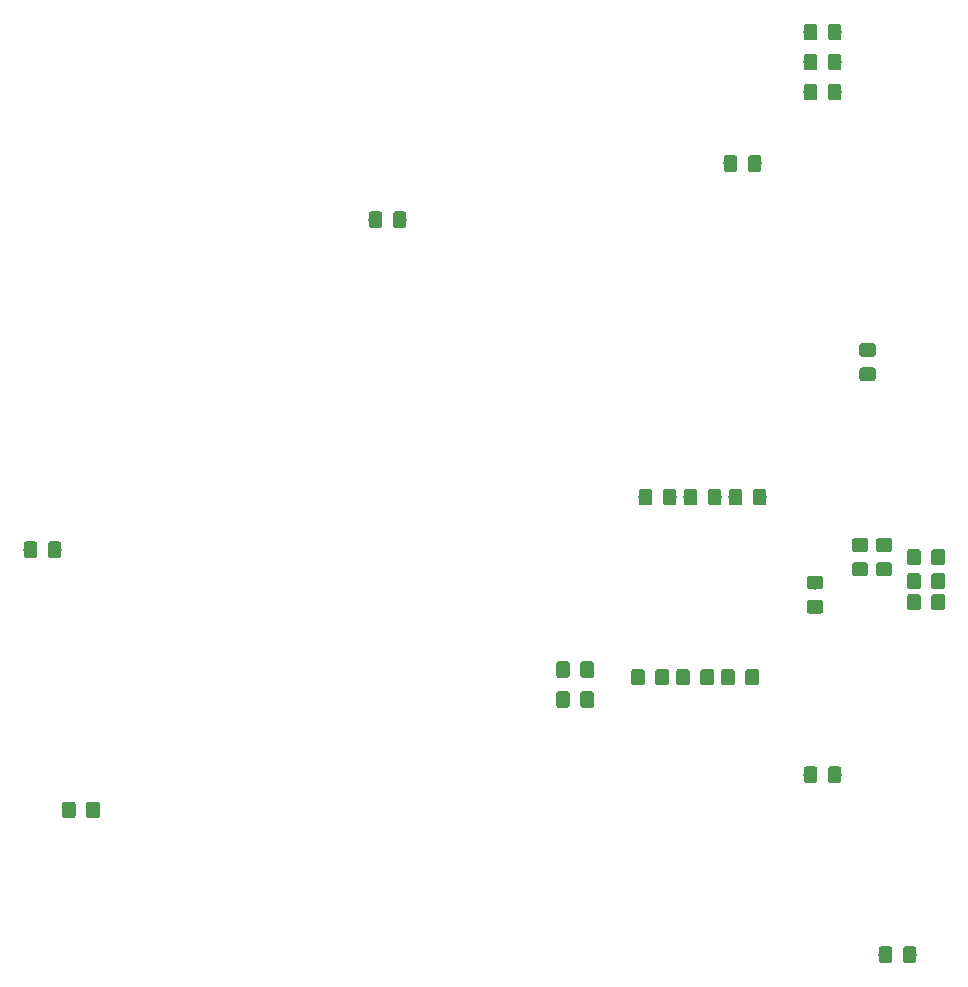
<source format=gbr>
G04 #@! TF.GenerationSoftware,KiCad,Pcbnew,(5.0.2)-1*
G04 #@! TF.CreationDate,2019-09-25T20:03:45-04:00*
G04 #@! TF.ProjectId,Z80_CPU,5a38305f-4350-4552-9e6b-696361645f70,1*
G04 #@! TF.SameCoordinates,Original*
G04 #@! TF.FileFunction,Paste,Bot*
G04 #@! TF.FilePolarity,Positive*
%FSLAX46Y46*%
G04 Gerber Fmt 4.6, Leading zero omitted, Abs format (unit mm)*
G04 Created by KiCad (PCBNEW (5.0.2)-1) date 9/25/2019 8:03:45 PM*
%MOMM*%
%LPD*%
G01*
G04 APERTURE LIST*
%ADD10C,0.100000*%
%ADD11C,1.150000*%
G04 APERTURE END LIST*
D10*
G04 #@! TO.C,L1*
G36*
X85056505Y-48711204D02*
X85080773Y-48714804D01*
X85104572Y-48720765D01*
X85127671Y-48729030D01*
X85149850Y-48739520D01*
X85170893Y-48752132D01*
X85190599Y-48766747D01*
X85208777Y-48783223D01*
X85225253Y-48801401D01*
X85239868Y-48821107D01*
X85252480Y-48842150D01*
X85262970Y-48864329D01*
X85271235Y-48887428D01*
X85277196Y-48911227D01*
X85280796Y-48935495D01*
X85282000Y-48959999D01*
X85282000Y-49610001D01*
X85280796Y-49634505D01*
X85277196Y-49658773D01*
X85271235Y-49682572D01*
X85262970Y-49705671D01*
X85252480Y-49727850D01*
X85239868Y-49748893D01*
X85225253Y-49768599D01*
X85208777Y-49786777D01*
X85190599Y-49803253D01*
X85170893Y-49817868D01*
X85149850Y-49830480D01*
X85127671Y-49840970D01*
X85104572Y-49849235D01*
X85080773Y-49855196D01*
X85056505Y-49858796D01*
X85032001Y-49860000D01*
X84131999Y-49860000D01*
X84107495Y-49858796D01*
X84083227Y-49855196D01*
X84059428Y-49849235D01*
X84036329Y-49840970D01*
X84014150Y-49830480D01*
X83993107Y-49817868D01*
X83973401Y-49803253D01*
X83955223Y-49786777D01*
X83938747Y-49768599D01*
X83924132Y-49748893D01*
X83911520Y-49727850D01*
X83901030Y-49705671D01*
X83892765Y-49682572D01*
X83886804Y-49658773D01*
X83883204Y-49634505D01*
X83882000Y-49610001D01*
X83882000Y-48959999D01*
X83883204Y-48935495D01*
X83886804Y-48911227D01*
X83892765Y-48887428D01*
X83901030Y-48864329D01*
X83911520Y-48842150D01*
X83924132Y-48821107D01*
X83938747Y-48801401D01*
X83955223Y-48783223D01*
X83973401Y-48766747D01*
X83993107Y-48752132D01*
X84014150Y-48739520D01*
X84036329Y-48729030D01*
X84059428Y-48720765D01*
X84083227Y-48714804D01*
X84107495Y-48711204D01*
X84131999Y-48710000D01*
X85032001Y-48710000D01*
X85056505Y-48711204D01*
X85056505Y-48711204D01*
G37*
D11*
X84582000Y-49285000D03*
D10*
G36*
X85056505Y-46661204D02*
X85080773Y-46664804D01*
X85104572Y-46670765D01*
X85127671Y-46679030D01*
X85149850Y-46689520D01*
X85170893Y-46702132D01*
X85190599Y-46716747D01*
X85208777Y-46733223D01*
X85225253Y-46751401D01*
X85239868Y-46771107D01*
X85252480Y-46792150D01*
X85262970Y-46814329D01*
X85271235Y-46837428D01*
X85277196Y-46861227D01*
X85280796Y-46885495D01*
X85282000Y-46909999D01*
X85282000Y-47560001D01*
X85280796Y-47584505D01*
X85277196Y-47608773D01*
X85271235Y-47632572D01*
X85262970Y-47655671D01*
X85252480Y-47677850D01*
X85239868Y-47698893D01*
X85225253Y-47718599D01*
X85208777Y-47736777D01*
X85190599Y-47753253D01*
X85170893Y-47767868D01*
X85149850Y-47780480D01*
X85127671Y-47790970D01*
X85104572Y-47799235D01*
X85080773Y-47805196D01*
X85056505Y-47808796D01*
X85032001Y-47810000D01*
X84131999Y-47810000D01*
X84107495Y-47808796D01*
X84083227Y-47805196D01*
X84059428Y-47799235D01*
X84036329Y-47790970D01*
X84014150Y-47780480D01*
X83993107Y-47767868D01*
X83973401Y-47753253D01*
X83955223Y-47736777D01*
X83938747Y-47718599D01*
X83924132Y-47698893D01*
X83911520Y-47677850D01*
X83901030Y-47655671D01*
X83892765Y-47632572D01*
X83886804Y-47608773D01*
X83883204Y-47584505D01*
X83882000Y-47560001D01*
X83882000Y-46909999D01*
X83883204Y-46885495D01*
X83886804Y-46861227D01*
X83892765Y-46837428D01*
X83901030Y-46814329D01*
X83911520Y-46792150D01*
X83924132Y-46771107D01*
X83938747Y-46751401D01*
X83955223Y-46733223D01*
X83973401Y-46716747D01*
X83993107Y-46702132D01*
X84014150Y-46689520D01*
X84036329Y-46679030D01*
X84059428Y-46670765D01*
X84083227Y-46664804D01*
X84107495Y-46661204D01*
X84131999Y-46660000D01*
X85032001Y-46660000D01*
X85056505Y-46661204D01*
X85056505Y-46661204D01*
G37*
D11*
X84582000Y-47235000D03*
G04 #@! TD*
D10*
G04 #@! TO.C,C1*
G36*
X57744505Y-57086204D02*
X57768773Y-57089804D01*
X57792572Y-57095765D01*
X57815671Y-57104030D01*
X57837850Y-57114520D01*
X57858893Y-57127132D01*
X57878599Y-57141747D01*
X57896777Y-57158223D01*
X57913253Y-57176401D01*
X57927868Y-57196107D01*
X57940480Y-57217150D01*
X57950970Y-57239329D01*
X57959235Y-57262428D01*
X57965196Y-57286227D01*
X57968796Y-57310495D01*
X57970000Y-57334999D01*
X57970000Y-58235001D01*
X57968796Y-58259505D01*
X57965196Y-58283773D01*
X57959235Y-58307572D01*
X57950970Y-58330671D01*
X57940480Y-58352850D01*
X57927868Y-58373893D01*
X57913253Y-58393599D01*
X57896777Y-58411777D01*
X57878599Y-58428253D01*
X57858893Y-58442868D01*
X57837850Y-58455480D01*
X57815671Y-58465970D01*
X57792572Y-58474235D01*
X57768773Y-58480196D01*
X57744505Y-58483796D01*
X57720001Y-58485000D01*
X57069999Y-58485000D01*
X57045495Y-58483796D01*
X57021227Y-58480196D01*
X56997428Y-58474235D01*
X56974329Y-58465970D01*
X56952150Y-58455480D01*
X56931107Y-58442868D01*
X56911401Y-58428253D01*
X56893223Y-58411777D01*
X56876747Y-58393599D01*
X56862132Y-58373893D01*
X56849520Y-58352850D01*
X56839030Y-58330671D01*
X56830765Y-58307572D01*
X56824804Y-58283773D01*
X56821204Y-58259505D01*
X56820000Y-58235001D01*
X56820000Y-57334999D01*
X56821204Y-57310495D01*
X56824804Y-57286227D01*
X56830765Y-57262428D01*
X56839030Y-57239329D01*
X56849520Y-57217150D01*
X56862132Y-57196107D01*
X56876747Y-57176401D01*
X56893223Y-57158223D01*
X56911401Y-57141747D01*
X56931107Y-57127132D01*
X56952150Y-57114520D01*
X56974329Y-57104030D01*
X56997428Y-57095765D01*
X57021227Y-57089804D01*
X57045495Y-57086204D01*
X57069999Y-57085000D01*
X57720001Y-57085000D01*
X57744505Y-57086204D01*
X57744505Y-57086204D01*
G37*
D11*
X57395000Y-57785000D03*
D10*
G36*
X59794505Y-57086204D02*
X59818773Y-57089804D01*
X59842572Y-57095765D01*
X59865671Y-57104030D01*
X59887850Y-57114520D01*
X59908893Y-57127132D01*
X59928599Y-57141747D01*
X59946777Y-57158223D01*
X59963253Y-57176401D01*
X59977868Y-57196107D01*
X59990480Y-57217150D01*
X60000970Y-57239329D01*
X60009235Y-57262428D01*
X60015196Y-57286227D01*
X60018796Y-57310495D01*
X60020000Y-57334999D01*
X60020000Y-58235001D01*
X60018796Y-58259505D01*
X60015196Y-58283773D01*
X60009235Y-58307572D01*
X60000970Y-58330671D01*
X59990480Y-58352850D01*
X59977868Y-58373893D01*
X59963253Y-58393599D01*
X59946777Y-58411777D01*
X59928599Y-58428253D01*
X59908893Y-58442868D01*
X59887850Y-58455480D01*
X59865671Y-58465970D01*
X59842572Y-58474235D01*
X59818773Y-58480196D01*
X59794505Y-58483796D01*
X59770001Y-58485000D01*
X59119999Y-58485000D01*
X59095495Y-58483796D01*
X59071227Y-58480196D01*
X59047428Y-58474235D01*
X59024329Y-58465970D01*
X59002150Y-58455480D01*
X58981107Y-58442868D01*
X58961401Y-58428253D01*
X58943223Y-58411777D01*
X58926747Y-58393599D01*
X58912132Y-58373893D01*
X58899520Y-58352850D01*
X58889030Y-58330671D01*
X58880765Y-58307572D01*
X58874804Y-58283773D01*
X58871204Y-58259505D01*
X58870000Y-58235001D01*
X58870000Y-57334999D01*
X58871204Y-57310495D01*
X58874804Y-57286227D01*
X58880765Y-57262428D01*
X58889030Y-57239329D01*
X58899520Y-57217150D01*
X58912132Y-57196107D01*
X58926747Y-57176401D01*
X58943223Y-57158223D01*
X58961401Y-57141747D01*
X58981107Y-57127132D01*
X59002150Y-57114520D01*
X59024329Y-57104030D01*
X59047428Y-57095765D01*
X59071227Y-57089804D01*
X59095495Y-57086204D01*
X59119999Y-57085000D01*
X59770001Y-57085000D01*
X59794505Y-57086204D01*
X59794505Y-57086204D01*
G37*
D11*
X59445000Y-57785000D03*
G04 #@! TD*
D10*
G04 #@! TO.C,C2*
G36*
X71714505Y-57721204D02*
X71738773Y-57724804D01*
X71762572Y-57730765D01*
X71785671Y-57739030D01*
X71807850Y-57749520D01*
X71828893Y-57762132D01*
X71848599Y-57776747D01*
X71866777Y-57793223D01*
X71883253Y-57811401D01*
X71897868Y-57831107D01*
X71910480Y-57852150D01*
X71920970Y-57874329D01*
X71929235Y-57897428D01*
X71935196Y-57921227D01*
X71938796Y-57945495D01*
X71940000Y-57969999D01*
X71940000Y-58870001D01*
X71938796Y-58894505D01*
X71935196Y-58918773D01*
X71929235Y-58942572D01*
X71920970Y-58965671D01*
X71910480Y-58987850D01*
X71897868Y-59008893D01*
X71883253Y-59028599D01*
X71866777Y-59046777D01*
X71848599Y-59063253D01*
X71828893Y-59077868D01*
X71807850Y-59090480D01*
X71785671Y-59100970D01*
X71762572Y-59109235D01*
X71738773Y-59115196D01*
X71714505Y-59118796D01*
X71690001Y-59120000D01*
X71039999Y-59120000D01*
X71015495Y-59118796D01*
X70991227Y-59115196D01*
X70967428Y-59109235D01*
X70944329Y-59100970D01*
X70922150Y-59090480D01*
X70901107Y-59077868D01*
X70881401Y-59063253D01*
X70863223Y-59046777D01*
X70846747Y-59028599D01*
X70832132Y-59008893D01*
X70819520Y-58987850D01*
X70809030Y-58965671D01*
X70800765Y-58942572D01*
X70794804Y-58918773D01*
X70791204Y-58894505D01*
X70790000Y-58870001D01*
X70790000Y-57969999D01*
X70791204Y-57945495D01*
X70794804Y-57921227D01*
X70800765Y-57897428D01*
X70809030Y-57874329D01*
X70819520Y-57852150D01*
X70832132Y-57831107D01*
X70846747Y-57811401D01*
X70863223Y-57793223D01*
X70881401Y-57776747D01*
X70901107Y-57762132D01*
X70922150Y-57749520D01*
X70944329Y-57739030D01*
X70967428Y-57730765D01*
X70991227Y-57724804D01*
X71015495Y-57721204D01*
X71039999Y-57720000D01*
X71690001Y-57720000D01*
X71714505Y-57721204D01*
X71714505Y-57721204D01*
G37*
D11*
X71365000Y-58420000D03*
D10*
G36*
X73764505Y-57721204D02*
X73788773Y-57724804D01*
X73812572Y-57730765D01*
X73835671Y-57739030D01*
X73857850Y-57749520D01*
X73878893Y-57762132D01*
X73898599Y-57776747D01*
X73916777Y-57793223D01*
X73933253Y-57811401D01*
X73947868Y-57831107D01*
X73960480Y-57852150D01*
X73970970Y-57874329D01*
X73979235Y-57897428D01*
X73985196Y-57921227D01*
X73988796Y-57945495D01*
X73990000Y-57969999D01*
X73990000Y-58870001D01*
X73988796Y-58894505D01*
X73985196Y-58918773D01*
X73979235Y-58942572D01*
X73970970Y-58965671D01*
X73960480Y-58987850D01*
X73947868Y-59008893D01*
X73933253Y-59028599D01*
X73916777Y-59046777D01*
X73898599Y-59063253D01*
X73878893Y-59077868D01*
X73857850Y-59090480D01*
X73835671Y-59100970D01*
X73812572Y-59109235D01*
X73788773Y-59115196D01*
X73764505Y-59118796D01*
X73740001Y-59120000D01*
X73089999Y-59120000D01*
X73065495Y-59118796D01*
X73041227Y-59115196D01*
X73017428Y-59109235D01*
X72994329Y-59100970D01*
X72972150Y-59090480D01*
X72951107Y-59077868D01*
X72931401Y-59063253D01*
X72913223Y-59046777D01*
X72896747Y-59028599D01*
X72882132Y-59008893D01*
X72869520Y-58987850D01*
X72859030Y-58965671D01*
X72850765Y-58942572D01*
X72844804Y-58918773D01*
X72841204Y-58894505D01*
X72840000Y-58870001D01*
X72840000Y-57969999D01*
X72841204Y-57945495D01*
X72844804Y-57921227D01*
X72850765Y-57897428D01*
X72859030Y-57874329D01*
X72869520Y-57852150D01*
X72882132Y-57831107D01*
X72896747Y-57811401D01*
X72913223Y-57793223D01*
X72931401Y-57776747D01*
X72951107Y-57762132D01*
X72972150Y-57749520D01*
X72994329Y-57739030D01*
X73017428Y-57730765D01*
X73041227Y-57724804D01*
X73065495Y-57721204D01*
X73089999Y-57720000D01*
X73740001Y-57720000D01*
X73764505Y-57721204D01*
X73764505Y-57721204D01*
G37*
D11*
X73415000Y-58420000D03*
G04 #@! TD*
D10*
G04 #@! TO.C,C3*
G36*
X72349505Y-42481204D02*
X72373773Y-42484804D01*
X72397572Y-42490765D01*
X72420671Y-42499030D01*
X72442850Y-42509520D01*
X72463893Y-42522132D01*
X72483599Y-42536747D01*
X72501777Y-42553223D01*
X72518253Y-42571401D01*
X72532868Y-42591107D01*
X72545480Y-42612150D01*
X72555970Y-42634329D01*
X72564235Y-42657428D01*
X72570196Y-42681227D01*
X72573796Y-42705495D01*
X72575000Y-42729999D01*
X72575000Y-43630001D01*
X72573796Y-43654505D01*
X72570196Y-43678773D01*
X72564235Y-43702572D01*
X72555970Y-43725671D01*
X72545480Y-43747850D01*
X72532868Y-43768893D01*
X72518253Y-43788599D01*
X72501777Y-43806777D01*
X72483599Y-43823253D01*
X72463893Y-43837868D01*
X72442850Y-43850480D01*
X72420671Y-43860970D01*
X72397572Y-43869235D01*
X72373773Y-43875196D01*
X72349505Y-43878796D01*
X72325001Y-43880000D01*
X71674999Y-43880000D01*
X71650495Y-43878796D01*
X71626227Y-43875196D01*
X71602428Y-43869235D01*
X71579329Y-43860970D01*
X71557150Y-43850480D01*
X71536107Y-43837868D01*
X71516401Y-43823253D01*
X71498223Y-43806777D01*
X71481747Y-43788599D01*
X71467132Y-43768893D01*
X71454520Y-43747850D01*
X71444030Y-43725671D01*
X71435765Y-43702572D01*
X71429804Y-43678773D01*
X71426204Y-43654505D01*
X71425000Y-43630001D01*
X71425000Y-42729999D01*
X71426204Y-42705495D01*
X71429804Y-42681227D01*
X71435765Y-42657428D01*
X71444030Y-42634329D01*
X71454520Y-42612150D01*
X71467132Y-42591107D01*
X71481747Y-42571401D01*
X71498223Y-42553223D01*
X71516401Y-42536747D01*
X71536107Y-42522132D01*
X71557150Y-42509520D01*
X71579329Y-42499030D01*
X71602428Y-42490765D01*
X71626227Y-42484804D01*
X71650495Y-42481204D01*
X71674999Y-42480000D01*
X72325001Y-42480000D01*
X72349505Y-42481204D01*
X72349505Y-42481204D01*
G37*
D11*
X72000000Y-43180000D03*
D10*
G36*
X74399505Y-42481204D02*
X74423773Y-42484804D01*
X74447572Y-42490765D01*
X74470671Y-42499030D01*
X74492850Y-42509520D01*
X74513893Y-42522132D01*
X74533599Y-42536747D01*
X74551777Y-42553223D01*
X74568253Y-42571401D01*
X74582868Y-42591107D01*
X74595480Y-42612150D01*
X74605970Y-42634329D01*
X74614235Y-42657428D01*
X74620196Y-42681227D01*
X74623796Y-42705495D01*
X74625000Y-42729999D01*
X74625000Y-43630001D01*
X74623796Y-43654505D01*
X74620196Y-43678773D01*
X74614235Y-43702572D01*
X74605970Y-43725671D01*
X74595480Y-43747850D01*
X74582868Y-43768893D01*
X74568253Y-43788599D01*
X74551777Y-43806777D01*
X74533599Y-43823253D01*
X74513893Y-43837868D01*
X74492850Y-43850480D01*
X74470671Y-43860970D01*
X74447572Y-43869235D01*
X74423773Y-43875196D01*
X74399505Y-43878796D01*
X74375001Y-43880000D01*
X73724999Y-43880000D01*
X73700495Y-43878796D01*
X73676227Y-43875196D01*
X73652428Y-43869235D01*
X73629329Y-43860970D01*
X73607150Y-43850480D01*
X73586107Y-43837868D01*
X73566401Y-43823253D01*
X73548223Y-43806777D01*
X73531747Y-43788599D01*
X73517132Y-43768893D01*
X73504520Y-43747850D01*
X73494030Y-43725671D01*
X73485765Y-43702572D01*
X73479804Y-43678773D01*
X73476204Y-43654505D01*
X73475000Y-43630001D01*
X73475000Y-42729999D01*
X73476204Y-42705495D01*
X73479804Y-42681227D01*
X73485765Y-42657428D01*
X73494030Y-42634329D01*
X73504520Y-42612150D01*
X73517132Y-42591107D01*
X73531747Y-42571401D01*
X73548223Y-42553223D01*
X73566401Y-42536747D01*
X73586107Y-42522132D01*
X73607150Y-42509520D01*
X73629329Y-42499030D01*
X73652428Y-42490765D01*
X73676227Y-42484804D01*
X73700495Y-42481204D01*
X73724999Y-42480000D01*
X74375001Y-42480000D01*
X74399505Y-42481204D01*
X74399505Y-42481204D01*
G37*
D11*
X74050000Y-43180000D03*
G04 #@! TD*
D10*
G04 #@! TO.C,C4*
G36*
X83024505Y-46661204D02*
X83048773Y-46664804D01*
X83072572Y-46670765D01*
X83095671Y-46679030D01*
X83117850Y-46689520D01*
X83138893Y-46702132D01*
X83158599Y-46716747D01*
X83176777Y-46733223D01*
X83193253Y-46751401D01*
X83207868Y-46771107D01*
X83220480Y-46792150D01*
X83230970Y-46814329D01*
X83239235Y-46837428D01*
X83245196Y-46861227D01*
X83248796Y-46885495D01*
X83250000Y-46909999D01*
X83250000Y-47560001D01*
X83248796Y-47584505D01*
X83245196Y-47608773D01*
X83239235Y-47632572D01*
X83230970Y-47655671D01*
X83220480Y-47677850D01*
X83207868Y-47698893D01*
X83193253Y-47718599D01*
X83176777Y-47736777D01*
X83158599Y-47753253D01*
X83138893Y-47767868D01*
X83117850Y-47780480D01*
X83095671Y-47790970D01*
X83072572Y-47799235D01*
X83048773Y-47805196D01*
X83024505Y-47808796D01*
X83000001Y-47810000D01*
X82099999Y-47810000D01*
X82075495Y-47808796D01*
X82051227Y-47805196D01*
X82027428Y-47799235D01*
X82004329Y-47790970D01*
X81982150Y-47780480D01*
X81961107Y-47767868D01*
X81941401Y-47753253D01*
X81923223Y-47736777D01*
X81906747Y-47718599D01*
X81892132Y-47698893D01*
X81879520Y-47677850D01*
X81869030Y-47655671D01*
X81860765Y-47632572D01*
X81854804Y-47608773D01*
X81851204Y-47584505D01*
X81850000Y-47560001D01*
X81850000Y-46909999D01*
X81851204Y-46885495D01*
X81854804Y-46861227D01*
X81860765Y-46837428D01*
X81869030Y-46814329D01*
X81879520Y-46792150D01*
X81892132Y-46771107D01*
X81906747Y-46751401D01*
X81923223Y-46733223D01*
X81941401Y-46716747D01*
X81961107Y-46702132D01*
X81982150Y-46689520D01*
X82004329Y-46679030D01*
X82027428Y-46670765D01*
X82051227Y-46664804D01*
X82075495Y-46661204D01*
X82099999Y-46660000D01*
X83000001Y-46660000D01*
X83024505Y-46661204D01*
X83024505Y-46661204D01*
G37*
D11*
X82550000Y-47235000D03*
D10*
G36*
X83024505Y-48711204D02*
X83048773Y-48714804D01*
X83072572Y-48720765D01*
X83095671Y-48729030D01*
X83117850Y-48739520D01*
X83138893Y-48752132D01*
X83158599Y-48766747D01*
X83176777Y-48783223D01*
X83193253Y-48801401D01*
X83207868Y-48821107D01*
X83220480Y-48842150D01*
X83230970Y-48864329D01*
X83239235Y-48887428D01*
X83245196Y-48911227D01*
X83248796Y-48935495D01*
X83250000Y-48959999D01*
X83250000Y-49610001D01*
X83248796Y-49634505D01*
X83245196Y-49658773D01*
X83239235Y-49682572D01*
X83230970Y-49705671D01*
X83220480Y-49727850D01*
X83207868Y-49748893D01*
X83193253Y-49768599D01*
X83176777Y-49786777D01*
X83158599Y-49803253D01*
X83138893Y-49817868D01*
X83117850Y-49830480D01*
X83095671Y-49840970D01*
X83072572Y-49849235D01*
X83048773Y-49855196D01*
X83024505Y-49858796D01*
X83000001Y-49860000D01*
X82099999Y-49860000D01*
X82075495Y-49858796D01*
X82051227Y-49855196D01*
X82027428Y-49849235D01*
X82004329Y-49840970D01*
X81982150Y-49830480D01*
X81961107Y-49817868D01*
X81941401Y-49803253D01*
X81923223Y-49786777D01*
X81906747Y-49768599D01*
X81892132Y-49748893D01*
X81879520Y-49727850D01*
X81869030Y-49705671D01*
X81860765Y-49682572D01*
X81854804Y-49658773D01*
X81851204Y-49634505D01*
X81850000Y-49610001D01*
X81850000Y-48959999D01*
X81851204Y-48935495D01*
X81854804Y-48911227D01*
X81860765Y-48887428D01*
X81869030Y-48864329D01*
X81879520Y-48842150D01*
X81892132Y-48821107D01*
X81906747Y-48801401D01*
X81923223Y-48783223D01*
X81941401Y-48766747D01*
X81961107Y-48752132D01*
X81982150Y-48739520D01*
X82004329Y-48729030D01*
X82027428Y-48720765D01*
X82051227Y-48714804D01*
X82075495Y-48711204D01*
X82099999Y-48710000D01*
X83000001Y-48710000D01*
X83024505Y-48711204D01*
X83024505Y-48711204D01*
G37*
D11*
X82550000Y-49285000D03*
G04 #@! TD*
D10*
G04 #@! TO.C,C5*
G36*
X79214505Y-51886204D02*
X79238773Y-51889804D01*
X79262572Y-51895765D01*
X79285671Y-51904030D01*
X79307850Y-51914520D01*
X79328893Y-51927132D01*
X79348599Y-51941747D01*
X79366777Y-51958223D01*
X79383253Y-51976401D01*
X79397868Y-51996107D01*
X79410480Y-52017150D01*
X79420970Y-52039329D01*
X79429235Y-52062428D01*
X79435196Y-52086227D01*
X79438796Y-52110495D01*
X79440000Y-52134999D01*
X79440000Y-52785001D01*
X79438796Y-52809505D01*
X79435196Y-52833773D01*
X79429235Y-52857572D01*
X79420970Y-52880671D01*
X79410480Y-52902850D01*
X79397868Y-52923893D01*
X79383253Y-52943599D01*
X79366777Y-52961777D01*
X79348599Y-52978253D01*
X79328893Y-52992868D01*
X79307850Y-53005480D01*
X79285671Y-53015970D01*
X79262572Y-53024235D01*
X79238773Y-53030196D01*
X79214505Y-53033796D01*
X79190001Y-53035000D01*
X78289999Y-53035000D01*
X78265495Y-53033796D01*
X78241227Y-53030196D01*
X78217428Y-53024235D01*
X78194329Y-53015970D01*
X78172150Y-53005480D01*
X78151107Y-52992868D01*
X78131401Y-52978253D01*
X78113223Y-52961777D01*
X78096747Y-52943599D01*
X78082132Y-52923893D01*
X78069520Y-52902850D01*
X78059030Y-52880671D01*
X78050765Y-52857572D01*
X78044804Y-52833773D01*
X78041204Y-52809505D01*
X78040000Y-52785001D01*
X78040000Y-52134999D01*
X78041204Y-52110495D01*
X78044804Y-52086227D01*
X78050765Y-52062428D01*
X78059030Y-52039329D01*
X78069520Y-52017150D01*
X78082132Y-51996107D01*
X78096747Y-51976401D01*
X78113223Y-51958223D01*
X78131401Y-51941747D01*
X78151107Y-51927132D01*
X78172150Y-51914520D01*
X78194329Y-51904030D01*
X78217428Y-51895765D01*
X78241227Y-51889804D01*
X78265495Y-51886204D01*
X78289999Y-51885000D01*
X79190001Y-51885000D01*
X79214505Y-51886204D01*
X79214505Y-51886204D01*
G37*
D11*
X78740000Y-52460000D03*
D10*
G36*
X79214505Y-49836204D02*
X79238773Y-49839804D01*
X79262572Y-49845765D01*
X79285671Y-49854030D01*
X79307850Y-49864520D01*
X79328893Y-49877132D01*
X79348599Y-49891747D01*
X79366777Y-49908223D01*
X79383253Y-49926401D01*
X79397868Y-49946107D01*
X79410480Y-49967150D01*
X79420970Y-49989329D01*
X79429235Y-50012428D01*
X79435196Y-50036227D01*
X79438796Y-50060495D01*
X79440000Y-50084999D01*
X79440000Y-50735001D01*
X79438796Y-50759505D01*
X79435196Y-50783773D01*
X79429235Y-50807572D01*
X79420970Y-50830671D01*
X79410480Y-50852850D01*
X79397868Y-50873893D01*
X79383253Y-50893599D01*
X79366777Y-50911777D01*
X79348599Y-50928253D01*
X79328893Y-50942868D01*
X79307850Y-50955480D01*
X79285671Y-50965970D01*
X79262572Y-50974235D01*
X79238773Y-50980196D01*
X79214505Y-50983796D01*
X79190001Y-50985000D01*
X78289999Y-50985000D01*
X78265495Y-50983796D01*
X78241227Y-50980196D01*
X78217428Y-50974235D01*
X78194329Y-50965970D01*
X78172150Y-50955480D01*
X78151107Y-50942868D01*
X78131401Y-50928253D01*
X78113223Y-50911777D01*
X78096747Y-50893599D01*
X78082132Y-50873893D01*
X78069520Y-50852850D01*
X78059030Y-50830671D01*
X78050765Y-50807572D01*
X78044804Y-50783773D01*
X78041204Y-50759505D01*
X78040000Y-50735001D01*
X78040000Y-50084999D01*
X78041204Y-50060495D01*
X78044804Y-50036227D01*
X78050765Y-50012428D01*
X78059030Y-49989329D01*
X78069520Y-49967150D01*
X78082132Y-49946107D01*
X78096747Y-49926401D01*
X78113223Y-49908223D01*
X78131401Y-49891747D01*
X78151107Y-49877132D01*
X78172150Y-49864520D01*
X78194329Y-49854030D01*
X78217428Y-49845765D01*
X78241227Y-49839804D01*
X78265495Y-49836204D01*
X78289999Y-49835000D01*
X79190001Y-49835000D01*
X79214505Y-49836204D01*
X79214505Y-49836204D01*
G37*
D11*
X78740000Y-50410000D03*
G04 #@! TD*
D10*
G04 #@! TO.C,C6*
G36*
X17957005Y-68960704D02*
X17981273Y-68964304D01*
X18005072Y-68970265D01*
X18028171Y-68978530D01*
X18050350Y-68989020D01*
X18071393Y-69001632D01*
X18091099Y-69016247D01*
X18109277Y-69032723D01*
X18125753Y-69050901D01*
X18140368Y-69070607D01*
X18152980Y-69091650D01*
X18163470Y-69113829D01*
X18171735Y-69136928D01*
X18177696Y-69160727D01*
X18181296Y-69184995D01*
X18182500Y-69209499D01*
X18182500Y-70109501D01*
X18181296Y-70134005D01*
X18177696Y-70158273D01*
X18171735Y-70182072D01*
X18163470Y-70205171D01*
X18152980Y-70227350D01*
X18140368Y-70248393D01*
X18125753Y-70268099D01*
X18109277Y-70286277D01*
X18091099Y-70302753D01*
X18071393Y-70317368D01*
X18050350Y-70329980D01*
X18028171Y-70340470D01*
X18005072Y-70348735D01*
X17981273Y-70354696D01*
X17957005Y-70358296D01*
X17932501Y-70359500D01*
X17282499Y-70359500D01*
X17257995Y-70358296D01*
X17233727Y-70354696D01*
X17209928Y-70348735D01*
X17186829Y-70340470D01*
X17164650Y-70329980D01*
X17143607Y-70317368D01*
X17123901Y-70302753D01*
X17105723Y-70286277D01*
X17089247Y-70268099D01*
X17074632Y-70248393D01*
X17062020Y-70227350D01*
X17051530Y-70205171D01*
X17043265Y-70182072D01*
X17037304Y-70158273D01*
X17033704Y-70134005D01*
X17032500Y-70109501D01*
X17032500Y-69209499D01*
X17033704Y-69184995D01*
X17037304Y-69160727D01*
X17043265Y-69136928D01*
X17051530Y-69113829D01*
X17062020Y-69091650D01*
X17074632Y-69070607D01*
X17089247Y-69050901D01*
X17105723Y-69032723D01*
X17123901Y-69016247D01*
X17143607Y-69001632D01*
X17164650Y-68989020D01*
X17186829Y-68978530D01*
X17209928Y-68970265D01*
X17233727Y-68964304D01*
X17257995Y-68960704D01*
X17282499Y-68959500D01*
X17932501Y-68959500D01*
X17957005Y-68960704D01*
X17957005Y-68960704D01*
G37*
D11*
X17607500Y-69659500D03*
D10*
G36*
X15907005Y-68960704D02*
X15931273Y-68964304D01*
X15955072Y-68970265D01*
X15978171Y-68978530D01*
X16000350Y-68989020D01*
X16021393Y-69001632D01*
X16041099Y-69016247D01*
X16059277Y-69032723D01*
X16075753Y-69050901D01*
X16090368Y-69070607D01*
X16102980Y-69091650D01*
X16113470Y-69113829D01*
X16121735Y-69136928D01*
X16127696Y-69160727D01*
X16131296Y-69184995D01*
X16132500Y-69209499D01*
X16132500Y-70109501D01*
X16131296Y-70134005D01*
X16127696Y-70158273D01*
X16121735Y-70182072D01*
X16113470Y-70205171D01*
X16102980Y-70227350D01*
X16090368Y-70248393D01*
X16075753Y-70268099D01*
X16059277Y-70286277D01*
X16041099Y-70302753D01*
X16021393Y-70317368D01*
X16000350Y-70329980D01*
X15978171Y-70340470D01*
X15955072Y-70348735D01*
X15931273Y-70354696D01*
X15907005Y-70358296D01*
X15882501Y-70359500D01*
X15232499Y-70359500D01*
X15207995Y-70358296D01*
X15183727Y-70354696D01*
X15159928Y-70348735D01*
X15136829Y-70340470D01*
X15114650Y-70329980D01*
X15093607Y-70317368D01*
X15073901Y-70302753D01*
X15055723Y-70286277D01*
X15039247Y-70268099D01*
X15024632Y-70248393D01*
X15012020Y-70227350D01*
X15001530Y-70205171D01*
X14993265Y-70182072D01*
X14987304Y-70158273D01*
X14983704Y-70134005D01*
X14982500Y-70109501D01*
X14982500Y-69209499D01*
X14983704Y-69184995D01*
X14987304Y-69160727D01*
X14993265Y-69136928D01*
X15001530Y-69113829D01*
X15012020Y-69091650D01*
X15024632Y-69070607D01*
X15039247Y-69050901D01*
X15055723Y-69032723D01*
X15073901Y-69016247D01*
X15093607Y-69001632D01*
X15114650Y-68989020D01*
X15136829Y-68978530D01*
X15159928Y-68970265D01*
X15183727Y-68964304D01*
X15207995Y-68960704D01*
X15232499Y-68959500D01*
X15882501Y-68959500D01*
X15907005Y-68960704D01*
X15907005Y-68960704D01*
G37*
D11*
X15557500Y-69659500D03*
G04 #@! TD*
D10*
G04 #@! TO.C,C9*
G36*
X64094505Y-57721204D02*
X64118773Y-57724804D01*
X64142572Y-57730765D01*
X64165671Y-57739030D01*
X64187850Y-57749520D01*
X64208893Y-57762132D01*
X64228599Y-57776747D01*
X64246777Y-57793223D01*
X64263253Y-57811401D01*
X64277868Y-57831107D01*
X64290480Y-57852150D01*
X64300970Y-57874329D01*
X64309235Y-57897428D01*
X64315196Y-57921227D01*
X64318796Y-57945495D01*
X64320000Y-57969999D01*
X64320000Y-58870001D01*
X64318796Y-58894505D01*
X64315196Y-58918773D01*
X64309235Y-58942572D01*
X64300970Y-58965671D01*
X64290480Y-58987850D01*
X64277868Y-59008893D01*
X64263253Y-59028599D01*
X64246777Y-59046777D01*
X64228599Y-59063253D01*
X64208893Y-59077868D01*
X64187850Y-59090480D01*
X64165671Y-59100970D01*
X64142572Y-59109235D01*
X64118773Y-59115196D01*
X64094505Y-59118796D01*
X64070001Y-59120000D01*
X63419999Y-59120000D01*
X63395495Y-59118796D01*
X63371227Y-59115196D01*
X63347428Y-59109235D01*
X63324329Y-59100970D01*
X63302150Y-59090480D01*
X63281107Y-59077868D01*
X63261401Y-59063253D01*
X63243223Y-59046777D01*
X63226747Y-59028599D01*
X63212132Y-59008893D01*
X63199520Y-58987850D01*
X63189030Y-58965671D01*
X63180765Y-58942572D01*
X63174804Y-58918773D01*
X63171204Y-58894505D01*
X63170000Y-58870001D01*
X63170000Y-57969999D01*
X63171204Y-57945495D01*
X63174804Y-57921227D01*
X63180765Y-57897428D01*
X63189030Y-57874329D01*
X63199520Y-57852150D01*
X63212132Y-57831107D01*
X63226747Y-57811401D01*
X63243223Y-57793223D01*
X63261401Y-57776747D01*
X63281107Y-57762132D01*
X63302150Y-57749520D01*
X63324329Y-57739030D01*
X63347428Y-57730765D01*
X63371227Y-57724804D01*
X63395495Y-57721204D01*
X63419999Y-57720000D01*
X64070001Y-57720000D01*
X64094505Y-57721204D01*
X64094505Y-57721204D01*
G37*
D11*
X63745000Y-58420000D03*
D10*
G36*
X66144505Y-57721204D02*
X66168773Y-57724804D01*
X66192572Y-57730765D01*
X66215671Y-57739030D01*
X66237850Y-57749520D01*
X66258893Y-57762132D01*
X66278599Y-57776747D01*
X66296777Y-57793223D01*
X66313253Y-57811401D01*
X66327868Y-57831107D01*
X66340480Y-57852150D01*
X66350970Y-57874329D01*
X66359235Y-57897428D01*
X66365196Y-57921227D01*
X66368796Y-57945495D01*
X66370000Y-57969999D01*
X66370000Y-58870001D01*
X66368796Y-58894505D01*
X66365196Y-58918773D01*
X66359235Y-58942572D01*
X66350970Y-58965671D01*
X66340480Y-58987850D01*
X66327868Y-59008893D01*
X66313253Y-59028599D01*
X66296777Y-59046777D01*
X66278599Y-59063253D01*
X66258893Y-59077868D01*
X66237850Y-59090480D01*
X66215671Y-59100970D01*
X66192572Y-59109235D01*
X66168773Y-59115196D01*
X66144505Y-59118796D01*
X66120001Y-59120000D01*
X65469999Y-59120000D01*
X65445495Y-59118796D01*
X65421227Y-59115196D01*
X65397428Y-59109235D01*
X65374329Y-59100970D01*
X65352150Y-59090480D01*
X65331107Y-59077868D01*
X65311401Y-59063253D01*
X65293223Y-59046777D01*
X65276747Y-59028599D01*
X65262132Y-59008893D01*
X65249520Y-58987850D01*
X65239030Y-58965671D01*
X65230765Y-58942572D01*
X65224804Y-58918773D01*
X65221204Y-58894505D01*
X65220000Y-58870001D01*
X65220000Y-57969999D01*
X65221204Y-57945495D01*
X65224804Y-57921227D01*
X65230765Y-57897428D01*
X65239030Y-57874329D01*
X65249520Y-57852150D01*
X65262132Y-57831107D01*
X65276747Y-57811401D01*
X65293223Y-57793223D01*
X65311401Y-57776747D01*
X65331107Y-57762132D01*
X65352150Y-57749520D01*
X65374329Y-57739030D01*
X65397428Y-57730765D01*
X65421227Y-57724804D01*
X65445495Y-57721204D01*
X65469999Y-57720000D01*
X66120001Y-57720000D01*
X66144505Y-57721204D01*
X66144505Y-57721204D01*
G37*
D11*
X65795000Y-58420000D03*
G04 #@! TD*
D10*
G04 #@! TO.C,C10*
G36*
X14709505Y-46926204D02*
X14733773Y-46929804D01*
X14757572Y-46935765D01*
X14780671Y-46944030D01*
X14802850Y-46954520D01*
X14823893Y-46967132D01*
X14843599Y-46981747D01*
X14861777Y-46998223D01*
X14878253Y-47016401D01*
X14892868Y-47036107D01*
X14905480Y-47057150D01*
X14915970Y-47079329D01*
X14924235Y-47102428D01*
X14930196Y-47126227D01*
X14933796Y-47150495D01*
X14935000Y-47174999D01*
X14935000Y-48075001D01*
X14933796Y-48099505D01*
X14930196Y-48123773D01*
X14924235Y-48147572D01*
X14915970Y-48170671D01*
X14905480Y-48192850D01*
X14892868Y-48213893D01*
X14878253Y-48233599D01*
X14861777Y-48251777D01*
X14843599Y-48268253D01*
X14823893Y-48282868D01*
X14802850Y-48295480D01*
X14780671Y-48305970D01*
X14757572Y-48314235D01*
X14733773Y-48320196D01*
X14709505Y-48323796D01*
X14685001Y-48325000D01*
X14034999Y-48325000D01*
X14010495Y-48323796D01*
X13986227Y-48320196D01*
X13962428Y-48314235D01*
X13939329Y-48305970D01*
X13917150Y-48295480D01*
X13896107Y-48282868D01*
X13876401Y-48268253D01*
X13858223Y-48251777D01*
X13841747Y-48233599D01*
X13827132Y-48213893D01*
X13814520Y-48192850D01*
X13804030Y-48170671D01*
X13795765Y-48147572D01*
X13789804Y-48123773D01*
X13786204Y-48099505D01*
X13785000Y-48075001D01*
X13785000Y-47174999D01*
X13786204Y-47150495D01*
X13789804Y-47126227D01*
X13795765Y-47102428D01*
X13804030Y-47079329D01*
X13814520Y-47057150D01*
X13827132Y-47036107D01*
X13841747Y-47016401D01*
X13858223Y-46998223D01*
X13876401Y-46981747D01*
X13896107Y-46967132D01*
X13917150Y-46954520D01*
X13939329Y-46944030D01*
X13962428Y-46935765D01*
X13986227Y-46929804D01*
X14010495Y-46926204D01*
X14034999Y-46925000D01*
X14685001Y-46925000D01*
X14709505Y-46926204D01*
X14709505Y-46926204D01*
G37*
D11*
X14360000Y-47625000D03*
D10*
G36*
X12659505Y-46926204D02*
X12683773Y-46929804D01*
X12707572Y-46935765D01*
X12730671Y-46944030D01*
X12752850Y-46954520D01*
X12773893Y-46967132D01*
X12793599Y-46981747D01*
X12811777Y-46998223D01*
X12828253Y-47016401D01*
X12842868Y-47036107D01*
X12855480Y-47057150D01*
X12865970Y-47079329D01*
X12874235Y-47102428D01*
X12880196Y-47126227D01*
X12883796Y-47150495D01*
X12885000Y-47174999D01*
X12885000Y-48075001D01*
X12883796Y-48099505D01*
X12880196Y-48123773D01*
X12874235Y-48147572D01*
X12865970Y-48170671D01*
X12855480Y-48192850D01*
X12842868Y-48213893D01*
X12828253Y-48233599D01*
X12811777Y-48251777D01*
X12793599Y-48268253D01*
X12773893Y-48282868D01*
X12752850Y-48295480D01*
X12730671Y-48305970D01*
X12707572Y-48314235D01*
X12683773Y-48320196D01*
X12659505Y-48323796D01*
X12635001Y-48325000D01*
X11984999Y-48325000D01*
X11960495Y-48323796D01*
X11936227Y-48320196D01*
X11912428Y-48314235D01*
X11889329Y-48305970D01*
X11867150Y-48295480D01*
X11846107Y-48282868D01*
X11826401Y-48268253D01*
X11808223Y-48251777D01*
X11791747Y-48233599D01*
X11777132Y-48213893D01*
X11764520Y-48192850D01*
X11754030Y-48170671D01*
X11745765Y-48147572D01*
X11739804Y-48123773D01*
X11736204Y-48099505D01*
X11735000Y-48075001D01*
X11735000Y-47174999D01*
X11736204Y-47150495D01*
X11739804Y-47126227D01*
X11745765Y-47102428D01*
X11754030Y-47079329D01*
X11764520Y-47057150D01*
X11777132Y-47036107D01*
X11791747Y-47016401D01*
X11808223Y-46998223D01*
X11826401Y-46981747D01*
X11846107Y-46967132D01*
X11867150Y-46954520D01*
X11889329Y-46944030D01*
X11912428Y-46935765D01*
X11936227Y-46929804D01*
X11960495Y-46926204D01*
X11984999Y-46925000D01*
X12635001Y-46925000D01*
X12659505Y-46926204D01*
X12659505Y-46926204D01*
G37*
D11*
X12310000Y-47625000D03*
G04 #@! TD*
D10*
G04 #@! TO.C,C11*
G36*
X78699505Y-65976204D02*
X78723773Y-65979804D01*
X78747572Y-65985765D01*
X78770671Y-65994030D01*
X78792850Y-66004520D01*
X78813893Y-66017132D01*
X78833599Y-66031747D01*
X78851777Y-66048223D01*
X78868253Y-66066401D01*
X78882868Y-66086107D01*
X78895480Y-66107150D01*
X78905970Y-66129329D01*
X78914235Y-66152428D01*
X78920196Y-66176227D01*
X78923796Y-66200495D01*
X78925000Y-66224999D01*
X78925000Y-67125001D01*
X78923796Y-67149505D01*
X78920196Y-67173773D01*
X78914235Y-67197572D01*
X78905970Y-67220671D01*
X78895480Y-67242850D01*
X78882868Y-67263893D01*
X78868253Y-67283599D01*
X78851777Y-67301777D01*
X78833599Y-67318253D01*
X78813893Y-67332868D01*
X78792850Y-67345480D01*
X78770671Y-67355970D01*
X78747572Y-67364235D01*
X78723773Y-67370196D01*
X78699505Y-67373796D01*
X78675001Y-67375000D01*
X78024999Y-67375000D01*
X78000495Y-67373796D01*
X77976227Y-67370196D01*
X77952428Y-67364235D01*
X77929329Y-67355970D01*
X77907150Y-67345480D01*
X77886107Y-67332868D01*
X77866401Y-67318253D01*
X77848223Y-67301777D01*
X77831747Y-67283599D01*
X77817132Y-67263893D01*
X77804520Y-67242850D01*
X77794030Y-67220671D01*
X77785765Y-67197572D01*
X77779804Y-67173773D01*
X77776204Y-67149505D01*
X77775000Y-67125001D01*
X77775000Y-66224999D01*
X77776204Y-66200495D01*
X77779804Y-66176227D01*
X77785765Y-66152428D01*
X77794030Y-66129329D01*
X77804520Y-66107150D01*
X77817132Y-66086107D01*
X77831747Y-66066401D01*
X77848223Y-66048223D01*
X77866401Y-66031747D01*
X77886107Y-66017132D01*
X77907150Y-66004520D01*
X77929329Y-65994030D01*
X77952428Y-65985765D01*
X77976227Y-65979804D01*
X78000495Y-65976204D01*
X78024999Y-65975000D01*
X78675001Y-65975000D01*
X78699505Y-65976204D01*
X78699505Y-65976204D01*
G37*
D11*
X78350000Y-66675000D03*
D10*
G36*
X80749505Y-65976204D02*
X80773773Y-65979804D01*
X80797572Y-65985765D01*
X80820671Y-65994030D01*
X80842850Y-66004520D01*
X80863893Y-66017132D01*
X80883599Y-66031747D01*
X80901777Y-66048223D01*
X80918253Y-66066401D01*
X80932868Y-66086107D01*
X80945480Y-66107150D01*
X80955970Y-66129329D01*
X80964235Y-66152428D01*
X80970196Y-66176227D01*
X80973796Y-66200495D01*
X80975000Y-66224999D01*
X80975000Y-67125001D01*
X80973796Y-67149505D01*
X80970196Y-67173773D01*
X80964235Y-67197572D01*
X80955970Y-67220671D01*
X80945480Y-67242850D01*
X80932868Y-67263893D01*
X80918253Y-67283599D01*
X80901777Y-67301777D01*
X80883599Y-67318253D01*
X80863893Y-67332868D01*
X80842850Y-67345480D01*
X80820671Y-67355970D01*
X80797572Y-67364235D01*
X80773773Y-67370196D01*
X80749505Y-67373796D01*
X80725001Y-67375000D01*
X80074999Y-67375000D01*
X80050495Y-67373796D01*
X80026227Y-67370196D01*
X80002428Y-67364235D01*
X79979329Y-67355970D01*
X79957150Y-67345480D01*
X79936107Y-67332868D01*
X79916401Y-67318253D01*
X79898223Y-67301777D01*
X79881747Y-67283599D01*
X79867132Y-67263893D01*
X79854520Y-67242850D01*
X79844030Y-67220671D01*
X79835765Y-67197572D01*
X79829804Y-67173773D01*
X79826204Y-67149505D01*
X79825000Y-67125001D01*
X79825000Y-66224999D01*
X79826204Y-66200495D01*
X79829804Y-66176227D01*
X79835765Y-66152428D01*
X79844030Y-66129329D01*
X79854520Y-66107150D01*
X79867132Y-66086107D01*
X79881747Y-66066401D01*
X79898223Y-66048223D01*
X79916401Y-66031747D01*
X79936107Y-66017132D01*
X79957150Y-66004520D01*
X79979329Y-65994030D01*
X80002428Y-65985765D01*
X80026227Y-65979804D01*
X80050495Y-65976204D01*
X80074999Y-65975000D01*
X80725001Y-65975000D01*
X80749505Y-65976204D01*
X80749505Y-65976204D01*
G37*
D11*
X80400000Y-66675000D03*
G04 #@! TD*
D10*
G04 #@! TO.C,C12*
G36*
X66779505Y-42481204D02*
X66803773Y-42484804D01*
X66827572Y-42490765D01*
X66850671Y-42499030D01*
X66872850Y-42509520D01*
X66893893Y-42522132D01*
X66913599Y-42536747D01*
X66931777Y-42553223D01*
X66948253Y-42571401D01*
X66962868Y-42591107D01*
X66975480Y-42612150D01*
X66985970Y-42634329D01*
X66994235Y-42657428D01*
X67000196Y-42681227D01*
X67003796Y-42705495D01*
X67005000Y-42729999D01*
X67005000Y-43630001D01*
X67003796Y-43654505D01*
X67000196Y-43678773D01*
X66994235Y-43702572D01*
X66985970Y-43725671D01*
X66975480Y-43747850D01*
X66962868Y-43768893D01*
X66948253Y-43788599D01*
X66931777Y-43806777D01*
X66913599Y-43823253D01*
X66893893Y-43837868D01*
X66872850Y-43850480D01*
X66850671Y-43860970D01*
X66827572Y-43869235D01*
X66803773Y-43875196D01*
X66779505Y-43878796D01*
X66755001Y-43880000D01*
X66104999Y-43880000D01*
X66080495Y-43878796D01*
X66056227Y-43875196D01*
X66032428Y-43869235D01*
X66009329Y-43860970D01*
X65987150Y-43850480D01*
X65966107Y-43837868D01*
X65946401Y-43823253D01*
X65928223Y-43806777D01*
X65911747Y-43788599D01*
X65897132Y-43768893D01*
X65884520Y-43747850D01*
X65874030Y-43725671D01*
X65865765Y-43702572D01*
X65859804Y-43678773D01*
X65856204Y-43654505D01*
X65855000Y-43630001D01*
X65855000Y-42729999D01*
X65856204Y-42705495D01*
X65859804Y-42681227D01*
X65865765Y-42657428D01*
X65874030Y-42634329D01*
X65884520Y-42612150D01*
X65897132Y-42591107D01*
X65911747Y-42571401D01*
X65928223Y-42553223D01*
X65946401Y-42536747D01*
X65966107Y-42522132D01*
X65987150Y-42509520D01*
X66009329Y-42499030D01*
X66032428Y-42490765D01*
X66056227Y-42484804D01*
X66080495Y-42481204D01*
X66104999Y-42480000D01*
X66755001Y-42480000D01*
X66779505Y-42481204D01*
X66779505Y-42481204D01*
G37*
D11*
X66430000Y-43180000D03*
D10*
G36*
X64729505Y-42481204D02*
X64753773Y-42484804D01*
X64777572Y-42490765D01*
X64800671Y-42499030D01*
X64822850Y-42509520D01*
X64843893Y-42522132D01*
X64863599Y-42536747D01*
X64881777Y-42553223D01*
X64898253Y-42571401D01*
X64912868Y-42591107D01*
X64925480Y-42612150D01*
X64935970Y-42634329D01*
X64944235Y-42657428D01*
X64950196Y-42681227D01*
X64953796Y-42705495D01*
X64955000Y-42729999D01*
X64955000Y-43630001D01*
X64953796Y-43654505D01*
X64950196Y-43678773D01*
X64944235Y-43702572D01*
X64935970Y-43725671D01*
X64925480Y-43747850D01*
X64912868Y-43768893D01*
X64898253Y-43788599D01*
X64881777Y-43806777D01*
X64863599Y-43823253D01*
X64843893Y-43837868D01*
X64822850Y-43850480D01*
X64800671Y-43860970D01*
X64777572Y-43869235D01*
X64753773Y-43875196D01*
X64729505Y-43878796D01*
X64705001Y-43880000D01*
X64054999Y-43880000D01*
X64030495Y-43878796D01*
X64006227Y-43875196D01*
X63982428Y-43869235D01*
X63959329Y-43860970D01*
X63937150Y-43850480D01*
X63916107Y-43837868D01*
X63896401Y-43823253D01*
X63878223Y-43806777D01*
X63861747Y-43788599D01*
X63847132Y-43768893D01*
X63834520Y-43747850D01*
X63824030Y-43725671D01*
X63815765Y-43702572D01*
X63809804Y-43678773D01*
X63806204Y-43654505D01*
X63805000Y-43630001D01*
X63805000Y-42729999D01*
X63806204Y-42705495D01*
X63809804Y-42681227D01*
X63815765Y-42657428D01*
X63824030Y-42634329D01*
X63834520Y-42612150D01*
X63847132Y-42591107D01*
X63861747Y-42571401D01*
X63878223Y-42553223D01*
X63896401Y-42536747D01*
X63916107Y-42522132D01*
X63937150Y-42509520D01*
X63959329Y-42499030D01*
X63982428Y-42490765D01*
X64006227Y-42484804D01*
X64030495Y-42481204D01*
X64054999Y-42480000D01*
X64705001Y-42480000D01*
X64729505Y-42481204D01*
X64729505Y-42481204D01*
G37*
D11*
X64380000Y-43180000D03*
G04 #@! TD*
D10*
G04 #@! TO.C,C13*
G36*
X43919505Y-18986204D02*
X43943773Y-18989804D01*
X43967572Y-18995765D01*
X43990671Y-19004030D01*
X44012850Y-19014520D01*
X44033893Y-19027132D01*
X44053599Y-19041747D01*
X44071777Y-19058223D01*
X44088253Y-19076401D01*
X44102868Y-19096107D01*
X44115480Y-19117150D01*
X44125970Y-19139329D01*
X44134235Y-19162428D01*
X44140196Y-19186227D01*
X44143796Y-19210495D01*
X44145000Y-19234999D01*
X44145000Y-20135001D01*
X44143796Y-20159505D01*
X44140196Y-20183773D01*
X44134235Y-20207572D01*
X44125970Y-20230671D01*
X44115480Y-20252850D01*
X44102868Y-20273893D01*
X44088253Y-20293599D01*
X44071777Y-20311777D01*
X44053599Y-20328253D01*
X44033893Y-20342868D01*
X44012850Y-20355480D01*
X43990671Y-20365970D01*
X43967572Y-20374235D01*
X43943773Y-20380196D01*
X43919505Y-20383796D01*
X43895001Y-20385000D01*
X43244999Y-20385000D01*
X43220495Y-20383796D01*
X43196227Y-20380196D01*
X43172428Y-20374235D01*
X43149329Y-20365970D01*
X43127150Y-20355480D01*
X43106107Y-20342868D01*
X43086401Y-20328253D01*
X43068223Y-20311777D01*
X43051747Y-20293599D01*
X43037132Y-20273893D01*
X43024520Y-20252850D01*
X43014030Y-20230671D01*
X43005765Y-20207572D01*
X42999804Y-20183773D01*
X42996204Y-20159505D01*
X42995000Y-20135001D01*
X42995000Y-19234999D01*
X42996204Y-19210495D01*
X42999804Y-19186227D01*
X43005765Y-19162428D01*
X43014030Y-19139329D01*
X43024520Y-19117150D01*
X43037132Y-19096107D01*
X43051747Y-19076401D01*
X43068223Y-19058223D01*
X43086401Y-19041747D01*
X43106107Y-19027132D01*
X43127150Y-19014520D01*
X43149329Y-19004030D01*
X43172428Y-18995765D01*
X43196227Y-18989804D01*
X43220495Y-18986204D01*
X43244999Y-18985000D01*
X43895001Y-18985000D01*
X43919505Y-18986204D01*
X43919505Y-18986204D01*
G37*
D11*
X43570000Y-19685000D03*
D10*
G36*
X41869505Y-18986204D02*
X41893773Y-18989804D01*
X41917572Y-18995765D01*
X41940671Y-19004030D01*
X41962850Y-19014520D01*
X41983893Y-19027132D01*
X42003599Y-19041747D01*
X42021777Y-19058223D01*
X42038253Y-19076401D01*
X42052868Y-19096107D01*
X42065480Y-19117150D01*
X42075970Y-19139329D01*
X42084235Y-19162428D01*
X42090196Y-19186227D01*
X42093796Y-19210495D01*
X42095000Y-19234999D01*
X42095000Y-20135001D01*
X42093796Y-20159505D01*
X42090196Y-20183773D01*
X42084235Y-20207572D01*
X42075970Y-20230671D01*
X42065480Y-20252850D01*
X42052868Y-20273893D01*
X42038253Y-20293599D01*
X42021777Y-20311777D01*
X42003599Y-20328253D01*
X41983893Y-20342868D01*
X41962850Y-20355480D01*
X41940671Y-20365970D01*
X41917572Y-20374235D01*
X41893773Y-20380196D01*
X41869505Y-20383796D01*
X41845001Y-20385000D01*
X41194999Y-20385000D01*
X41170495Y-20383796D01*
X41146227Y-20380196D01*
X41122428Y-20374235D01*
X41099329Y-20365970D01*
X41077150Y-20355480D01*
X41056107Y-20342868D01*
X41036401Y-20328253D01*
X41018223Y-20311777D01*
X41001747Y-20293599D01*
X40987132Y-20273893D01*
X40974520Y-20252850D01*
X40964030Y-20230671D01*
X40955765Y-20207572D01*
X40949804Y-20183773D01*
X40946204Y-20159505D01*
X40945000Y-20135001D01*
X40945000Y-19234999D01*
X40946204Y-19210495D01*
X40949804Y-19186227D01*
X40955765Y-19162428D01*
X40964030Y-19139329D01*
X40974520Y-19117150D01*
X40987132Y-19096107D01*
X41001747Y-19076401D01*
X41018223Y-19058223D01*
X41036401Y-19041747D01*
X41056107Y-19027132D01*
X41077150Y-19014520D01*
X41099329Y-19004030D01*
X41122428Y-18995765D01*
X41146227Y-18989804D01*
X41170495Y-18986204D01*
X41194999Y-18985000D01*
X41845001Y-18985000D01*
X41869505Y-18986204D01*
X41869505Y-18986204D01*
G37*
D11*
X41520000Y-19685000D03*
G04 #@! TD*
D10*
G04 #@! TO.C,C14*
G36*
X83659505Y-30151204D02*
X83683773Y-30154804D01*
X83707572Y-30160765D01*
X83730671Y-30169030D01*
X83752850Y-30179520D01*
X83773893Y-30192132D01*
X83793599Y-30206747D01*
X83811777Y-30223223D01*
X83828253Y-30241401D01*
X83842868Y-30261107D01*
X83855480Y-30282150D01*
X83865970Y-30304329D01*
X83874235Y-30327428D01*
X83880196Y-30351227D01*
X83883796Y-30375495D01*
X83885000Y-30399999D01*
X83885000Y-31050001D01*
X83883796Y-31074505D01*
X83880196Y-31098773D01*
X83874235Y-31122572D01*
X83865970Y-31145671D01*
X83855480Y-31167850D01*
X83842868Y-31188893D01*
X83828253Y-31208599D01*
X83811777Y-31226777D01*
X83793599Y-31243253D01*
X83773893Y-31257868D01*
X83752850Y-31270480D01*
X83730671Y-31280970D01*
X83707572Y-31289235D01*
X83683773Y-31295196D01*
X83659505Y-31298796D01*
X83635001Y-31300000D01*
X82734999Y-31300000D01*
X82710495Y-31298796D01*
X82686227Y-31295196D01*
X82662428Y-31289235D01*
X82639329Y-31280970D01*
X82617150Y-31270480D01*
X82596107Y-31257868D01*
X82576401Y-31243253D01*
X82558223Y-31226777D01*
X82541747Y-31208599D01*
X82527132Y-31188893D01*
X82514520Y-31167850D01*
X82504030Y-31145671D01*
X82495765Y-31122572D01*
X82489804Y-31098773D01*
X82486204Y-31074505D01*
X82485000Y-31050001D01*
X82485000Y-30399999D01*
X82486204Y-30375495D01*
X82489804Y-30351227D01*
X82495765Y-30327428D01*
X82504030Y-30304329D01*
X82514520Y-30282150D01*
X82527132Y-30261107D01*
X82541747Y-30241401D01*
X82558223Y-30223223D01*
X82576401Y-30206747D01*
X82596107Y-30192132D01*
X82617150Y-30179520D01*
X82639329Y-30169030D01*
X82662428Y-30160765D01*
X82686227Y-30154804D01*
X82710495Y-30151204D01*
X82734999Y-30150000D01*
X83635001Y-30150000D01*
X83659505Y-30151204D01*
X83659505Y-30151204D01*
G37*
D11*
X83185000Y-30725000D03*
D10*
G36*
X83659505Y-32201204D02*
X83683773Y-32204804D01*
X83707572Y-32210765D01*
X83730671Y-32219030D01*
X83752850Y-32229520D01*
X83773893Y-32242132D01*
X83793599Y-32256747D01*
X83811777Y-32273223D01*
X83828253Y-32291401D01*
X83842868Y-32311107D01*
X83855480Y-32332150D01*
X83865970Y-32354329D01*
X83874235Y-32377428D01*
X83880196Y-32401227D01*
X83883796Y-32425495D01*
X83885000Y-32449999D01*
X83885000Y-33100001D01*
X83883796Y-33124505D01*
X83880196Y-33148773D01*
X83874235Y-33172572D01*
X83865970Y-33195671D01*
X83855480Y-33217850D01*
X83842868Y-33238893D01*
X83828253Y-33258599D01*
X83811777Y-33276777D01*
X83793599Y-33293253D01*
X83773893Y-33307868D01*
X83752850Y-33320480D01*
X83730671Y-33330970D01*
X83707572Y-33339235D01*
X83683773Y-33345196D01*
X83659505Y-33348796D01*
X83635001Y-33350000D01*
X82734999Y-33350000D01*
X82710495Y-33348796D01*
X82686227Y-33345196D01*
X82662428Y-33339235D01*
X82639329Y-33330970D01*
X82617150Y-33320480D01*
X82596107Y-33307868D01*
X82576401Y-33293253D01*
X82558223Y-33276777D01*
X82541747Y-33258599D01*
X82527132Y-33238893D01*
X82514520Y-33217850D01*
X82504030Y-33195671D01*
X82495765Y-33172572D01*
X82489804Y-33148773D01*
X82486204Y-33124505D01*
X82485000Y-33100001D01*
X82485000Y-32449999D01*
X82486204Y-32425495D01*
X82489804Y-32401227D01*
X82495765Y-32377428D01*
X82504030Y-32354329D01*
X82514520Y-32332150D01*
X82527132Y-32311107D01*
X82541747Y-32291401D01*
X82558223Y-32273223D01*
X82576401Y-32256747D01*
X82596107Y-32242132D01*
X82617150Y-32229520D01*
X82639329Y-32219030D01*
X82662428Y-32210765D01*
X82686227Y-32204804D01*
X82710495Y-32201204D01*
X82734999Y-32200000D01*
X83635001Y-32200000D01*
X83659505Y-32201204D01*
X83659505Y-32201204D01*
G37*
D11*
X83185000Y-32775000D03*
G04 #@! TD*
D10*
G04 #@! TO.C,C15*
G36*
X71925325Y-14233864D02*
X71949593Y-14237464D01*
X71973392Y-14243425D01*
X71996491Y-14251690D01*
X72018670Y-14262180D01*
X72039713Y-14274792D01*
X72059419Y-14289407D01*
X72077597Y-14305883D01*
X72094073Y-14324061D01*
X72108688Y-14343767D01*
X72121300Y-14364810D01*
X72131790Y-14386989D01*
X72140055Y-14410088D01*
X72146016Y-14433887D01*
X72149616Y-14458155D01*
X72150820Y-14482659D01*
X72150820Y-15382661D01*
X72149616Y-15407165D01*
X72146016Y-15431433D01*
X72140055Y-15455232D01*
X72131790Y-15478331D01*
X72121300Y-15500510D01*
X72108688Y-15521553D01*
X72094073Y-15541259D01*
X72077597Y-15559437D01*
X72059419Y-15575913D01*
X72039713Y-15590528D01*
X72018670Y-15603140D01*
X71996491Y-15613630D01*
X71973392Y-15621895D01*
X71949593Y-15627856D01*
X71925325Y-15631456D01*
X71900821Y-15632660D01*
X71250819Y-15632660D01*
X71226315Y-15631456D01*
X71202047Y-15627856D01*
X71178248Y-15621895D01*
X71155149Y-15613630D01*
X71132970Y-15603140D01*
X71111927Y-15590528D01*
X71092221Y-15575913D01*
X71074043Y-15559437D01*
X71057567Y-15541259D01*
X71042952Y-15521553D01*
X71030340Y-15500510D01*
X71019850Y-15478331D01*
X71011585Y-15455232D01*
X71005624Y-15431433D01*
X71002024Y-15407165D01*
X71000820Y-15382661D01*
X71000820Y-14482659D01*
X71002024Y-14458155D01*
X71005624Y-14433887D01*
X71011585Y-14410088D01*
X71019850Y-14386989D01*
X71030340Y-14364810D01*
X71042952Y-14343767D01*
X71057567Y-14324061D01*
X71074043Y-14305883D01*
X71092221Y-14289407D01*
X71111927Y-14274792D01*
X71132970Y-14262180D01*
X71155149Y-14251690D01*
X71178248Y-14243425D01*
X71202047Y-14237464D01*
X71226315Y-14233864D01*
X71250819Y-14232660D01*
X71900821Y-14232660D01*
X71925325Y-14233864D01*
X71925325Y-14233864D01*
G37*
D11*
X71575820Y-14932660D03*
D10*
G36*
X73975325Y-14233864D02*
X73999593Y-14237464D01*
X74023392Y-14243425D01*
X74046491Y-14251690D01*
X74068670Y-14262180D01*
X74089713Y-14274792D01*
X74109419Y-14289407D01*
X74127597Y-14305883D01*
X74144073Y-14324061D01*
X74158688Y-14343767D01*
X74171300Y-14364810D01*
X74181790Y-14386989D01*
X74190055Y-14410088D01*
X74196016Y-14433887D01*
X74199616Y-14458155D01*
X74200820Y-14482659D01*
X74200820Y-15382661D01*
X74199616Y-15407165D01*
X74196016Y-15431433D01*
X74190055Y-15455232D01*
X74181790Y-15478331D01*
X74171300Y-15500510D01*
X74158688Y-15521553D01*
X74144073Y-15541259D01*
X74127597Y-15559437D01*
X74109419Y-15575913D01*
X74089713Y-15590528D01*
X74068670Y-15603140D01*
X74046491Y-15613630D01*
X74023392Y-15621895D01*
X73999593Y-15627856D01*
X73975325Y-15631456D01*
X73950821Y-15632660D01*
X73300819Y-15632660D01*
X73276315Y-15631456D01*
X73252047Y-15627856D01*
X73228248Y-15621895D01*
X73205149Y-15613630D01*
X73182970Y-15603140D01*
X73161927Y-15590528D01*
X73142221Y-15575913D01*
X73124043Y-15559437D01*
X73107567Y-15541259D01*
X73092952Y-15521553D01*
X73080340Y-15500510D01*
X73069850Y-15478331D01*
X73061585Y-15455232D01*
X73055624Y-15431433D01*
X73052024Y-15407165D01*
X73050820Y-15382661D01*
X73050820Y-14482659D01*
X73052024Y-14458155D01*
X73055624Y-14433887D01*
X73061585Y-14410088D01*
X73069850Y-14386989D01*
X73080340Y-14364810D01*
X73092952Y-14343767D01*
X73107567Y-14324061D01*
X73124043Y-14305883D01*
X73142221Y-14289407D01*
X73161927Y-14274792D01*
X73182970Y-14262180D01*
X73205149Y-14251690D01*
X73228248Y-14243425D01*
X73252047Y-14237464D01*
X73276315Y-14233864D01*
X73300819Y-14232660D01*
X73950821Y-14232660D01*
X73975325Y-14233864D01*
X73975325Y-14233864D01*
G37*
D11*
X73625820Y-14932660D03*
G04 #@! TD*
D10*
G04 #@! TO.C,C17*
G36*
X70589505Y-42481204D02*
X70613773Y-42484804D01*
X70637572Y-42490765D01*
X70660671Y-42499030D01*
X70682850Y-42509520D01*
X70703893Y-42522132D01*
X70723599Y-42536747D01*
X70741777Y-42553223D01*
X70758253Y-42571401D01*
X70772868Y-42591107D01*
X70785480Y-42612150D01*
X70795970Y-42634329D01*
X70804235Y-42657428D01*
X70810196Y-42681227D01*
X70813796Y-42705495D01*
X70815000Y-42729999D01*
X70815000Y-43630001D01*
X70813796Y-43654505D01*
X70810196Y-43678773D01*
X70804235Y-43702572D01*
X70795970Y-43725671D01*
X70785480Y-43747850D01*
X70772868Y-43768893D01*
X70758253Y-43788599D01*
X70741777Y-43806777D01*
X70723599Y-43823253D01*
X70703893Y-43837868D01*
X70682850Y-43850480D01*
X70660671Y-43860970D01*
X70637572Y-43869235D01*
X70613773Y-43875196D01*
X70589505Y-43878796D01*
X70565001Y-43880000D01*
X69914999Y-43880000D01*
X69890495Y-43878796D01*
X69866227Y-43875196D01*
X69842428Y-43869235D01*
X69819329Y-43860970D01*
X69797150Y-43850480D01*
X69776107Y-43837868D01*
X69756401Y-43823253D01*
X69738223Y-43806777D01*
X69721747Y-43788599D01*
X69707132Y-43768893D01*
X69694520Y-43747850D01*
X69684030Y-43725671D01*
X69675765Y-43702572D01*
X69669804Y-43678773D01*
X69666204Y-43654505D01*
X69665000Y-43630001D01*
X69665000Y-42729999D01*
X69666204Y-42705495D01*
X69669804Y-42681227D01*
X69675765Y-42657428D01*
X69684030Y-42634329D01*
X69694520Y-42612150D01*
X69707132Y-42591107D01*
X69721747Y-42571401D01*
X69738223Y-42553223D01*
X69756401Y-42536747D01*
X69776107Y-42522132D01*
X69797150Y-42509520D01*
X69819329Y-42499030D01*
X69842428Y-42490765D01*
X69866227Y-42484804D01*
X69890495Y-42481204D01*
X69914999Y-42480000D01*
X70565001Y-42480000D01*
X70589505Y-42481204D01*
X70589505Y-42481204D01*
G37*
D11*
X70240000Y-43180000D03*
D10*
G36*
X68539505Y-42481204D02*
X68563773Y-42484804D01*
X68587572Y-42490765D01*
X68610671Y-42499030D01*
X68632850Y-42509520D01*
X68653893Y-42522132D01*
X68673599Y-42536747D01*
X68691777Y-42553223D01*
X68708253Y-42571401D01*
X68722868Y-42591107D01*
X68735480Y-42612150D01*
X68745970Y-42634329D01*
X68754235Y-42657428D01*
X68760196Y-42681227D01*
X68763796Y-42705495D01*
X68765000Y-42729999D01*
X68765000Y-43630001D01*
X68763796Y-43654505D01*
X68760196Y-43678773D01*
X68754235Y-43702572D01*
X68745970Y-43725671D01*
X68735480Y-43747850D01*
X68722868Y-43768893D01*
X68708253Y-43788599D01*
X68691777Y-43806777D01*
X68673599Y-43823253D01*
X68653893Y-43837868D01*
X68632850Y-43850480D01*
X68610671Y-43860970D01*
X68587572Y-43869235D01*
X68563773Y-43875196D01*
X68539505Y-43878796D01*
X68515001Y-43880000D01*
X67864999Y-43880000D01*
X67840495Y-43878796D01*
X67816227Y-43875196D01*
X67792428Y-43869235D01*
X67769329Y-43860970D01*
X67747150Y-43850480D01*
X67726107Y-43837868D01*
X67706401Y-43823253D01*
X67688223Y-43806777D01*
X67671747Y-43788599D01*
X67657132Y-43768893D01*
X67644520Y-43747850D01*
X67634030Y-43725671D01*
X67625765Y-43702572D01*
X67619804Y-43678773D01*
X67616204Y-43654505D01*
X67615000Y-43630001D01*
X67615000Y-42729999D01*
X67616204Y-42705495D01*
X67619804Y-42681227D01*
X67625765Y-42657428D01*
X67634030Y-42634329D01*
X67644520Y-42612150D01*
X67657132Y-42591107D01*
X67671747Y-42571401D01*
X67688223Y-42553223D01*
X67706401Y-42536747D01*
X67726107Y-42522132D01*
X67747150Y-42509520D01*
X67769329Y-42499030D01*
X67792428Y-42490765D01*
X67816227Y-42484804D01*
X67840495Y-42481204D01*
X67864999Y-42480000D01*
X68515001Y-42480000D01*
X68539505Y-42481204D01*
X68539505Y-42481204D01*
G37*
D11*
X68190000Y-43180000D03*
G04 #@! TD*
D10*
G04 #@! TO.C,C18*
G36*
X67904505Y-57721204D02*
X67928773Y-57724804D01*
X67952572Y-57730765D01*
X67975671Y-57739030D01*
X67997850Y-57749520D01*
X68018893Y-57762132D01*
X68038599Y-57776747D01*
X68056777Y-57793223D01*
X68073253Y-57811401D01*
X68087868Y-57831107D01*
X68100480Y-57852150D01*
X68110970Y-57874329D01*
X68119235Y-57897428D01*
X68125196Y-57921227D01*
X68128796Y-57945495D01*
X68130000Y-57969999D01*
X68130000Y-58870001D01*
X68128796Y-58894505D01*
X68125196Y-58918773D01*
X68119235Y-58942572D01*
X68110970Y-58965671D01*
X68100480Y-58987850D01*
X68087868Y-59008893D01*
X68073253Y-59028599D01*
X68056777Y-59046777D01*
X68038599Y-59063253D01*
X68018893Y-59077868D01*
X67997850Y-59090480D01*
X67975671Y-59100970D01*
X67952572Y-59109235D01*
X67928773Y-59115196D01*
X67904505Y-59118796D01*
X67880001Y-59120000D01*
X67229999Y-59120000D01*
X67205495Y-59118796D01*
X67181227Y-59115196D01*
X67157428Y-59109235D01*
X67134329Y-59100970D01*
X67112150Y-59090480D01*
X67091107Y-59077868D01*
X67071401Y-59063253D01*
X67053223Y-59046777D01*
X67036747Y-59028599D01*
X67022132Y-59008893D01*
X67009520Y-58987850D01*
X66999030Y-58965671D01*
X66990765Y-58942572D01*
X66984804Y-58918773D01*
X66981204Y-58894505D01*
X66980000Y-58870001D01*
X66980000Y-57969999D01*
X66981204Y-57945495D01*
X66984804Y-57921227D01*
X66990765Y-57897428D01*
X66999030Y-57874329D01*
X67009520Y-57852150D01*
X67022132Y-57831107D01*
X67036747Y-57811401D01*
X67053223Y-57793223D01*
X67071401Y-57776747D01*
X67091107Y-57762132D01*
X67112150Y-57749520D01*
X67134329Y-57739030D01*
X67157428Y-57730765D01*
X67181227Y-57724804D01*
X67205495Y-57721204D01*
X67229999Y-57720000D01*
X67880001Y-57720000D01*
X67904505Y-57721204D01*
X67904505Y-57721204D01*
G37*
D11*
X67555000Y-58420000D03*
D10*
G36*
X69954505Y-57721204D02*
X69978773Y-57724804D01*
X70002572Y-57730765D01*
X70025671Y-57739030D01*
X70047850Y-57749520D01*
X70068893Y-57762132D01*
X70088599Y-57776747D01*
X70106777Y-57793223D01*
X70123253Y-57811401D01*
X70137868Y-57831107D01*
X70150480Y-57852150D01*
X70160970Y-57874329D01*
X70169235Y-57897428D01*
X70175196Y-57921227D01*
X70178796Y-57945495D01*
X70180000Y-57969999D01*
X70180000Y-58870001D01*
X70178796Y-58894505D01*
X70175196Y-58918773D01*
X70169235Y-58942572D01*
X70160970Y-58965671D01*
X70150480Y-58987850D01*
X70137868Y-59008893D01*
X70123253Y-59028599D01*
X70106777Y-59046777D01*
X70088599Y-59063253D01*
X70068893Y-59077868D01*
X70047850Y-59090480D01*
X70025671Y-59100970D01*
X70002572Y-59109235D01*
X69978773Y-59115196D01*
X69954505Y-59118796D01*
X69930001Y-59120000D01*
X69279999Y-59120000D01*
X69255495Y-59118796D01*
X69231227Y-59115196D01*
X69207428Y-59109235D01*
X69184329Y-59100970D01*
X69162150Y-59090480D01*
X69141107Y-59077868D01*
X69121401Y-59063253D01*
X69103223Y-59046777D01*
X69086747Y-59028599D01*
X69072132Y-59008893D01*
X69059520Y-58987850D01*
X69049030Y-58965671D01*
X69040765Y-58942572D01*
X69034804Y-58918773D01*
X69031204Y-58894505D01*
X69030000Y-58870001D01*
X69030000Y-57969999D01*
X69031204Y-57945495D01*
X69034804Y-57921227D01*
X69040765Y-57897428D01*
X69049030Y-57874329D01*
X69059520Y-57852150D01*
X69072132Y-57831107D01*
X69086747Y-57811401D01*
X69103223Y-57793223D01*
X69121401Y-57776747D01*
X69141107Y-57762132D01*
X69162150Y-57749520D01*
X69184329Y-57739030D01*
X69207428Y-57730765D01*
X69231227Y-57724804D01*
X69255495Y-57721204D01*
X69279999Y-57720000D01*
X69930001Y-57720000D01*
X69954505Y-57721204D01*
X69954505Y-57721204D01*
G37*
D11*
X69605000Y-58420000D03*
G04 #@! TD*
D10*
G04 #@! TO.C,R4*
G36*
X57744505Y-59626204D02*
X57768773Y-59629804D01*
X57792572Y-59635765D01*
X57815671Y-59644030D01*
X57837850Y-59654520D01*
X57858893Y-59667132D01*
X57878599Y-59681747D01*
X57896777Y-59698223D01*
X57913253Y-59716401D01*
X57927868Y-59736107D01*
X57940480Y-59757150D01*
X57950970Y-59779329D01*
X57959235Y-59802428D01*
X57965196Y-59826227D01*
X57968796Y-59850495D01*
X57970000Y-59874999D01*
X57970000Y-60775001D01*
X57968796Y-60799505D01*
X57965196Y-60823773D01*
X57959235Y-60847572D01*
X57950970Y-60870671D01*
X57940480Y-60892850D01*
X57927868Y-60913893D01*
X57913253Y-60933599D01*
X57896777Y-60951777D01*
X57878599Y-60968253D01*
X57858893Y-60982868D01*
X57837850Y-60995480D01*
X57815671Y-61005970D01*
X57792572Y-61014235D01*
X57768773Y-61020196D01*
X57744505Y-61023796D01*
X57720001Y-61025000D01*
X57069999Y-61025000D01*
X57045495Y-61023796D01*
X57021227Y-61020196D01*
X56997428Y-61014235D01*
X56974329Y-61005970D01*
X56952150Y-60995480D01*
X56931107Y-60982868D01*
X56911401Y-60968253D01*
X56893223Y-60951777D01*
X56876747Y-60933599D01*
X56862132Y-60913893D01*
X56849520Y-60892850D01*
X56839030Y-60870671D01*
X56830765Y-60847572D01*
X56824804Y-60823773D01*
X56821204Y-60799505D01*
X56820000Y-60775001D01*
X56820000Y-59874999D01*
X56821204Y-59850495D01*
X56824804Y-59826227D01*
X56830765Y-59802428D01*
X56839030Y-59779329D01*
X56849520Y-59757150D01*
X56862132Y-59736107D01*
X56876747Y-59716401D01*
X56893223Y-59698223D01*
X56911401Y-59681747D01*
X56931107Y-59667132D01*
X56952150Y-59654520D01*
X56974329Y-59644030D01*
X56997428Y-59635765D01*
X57021227Y-59629804D01*
X57045495Y-59626204D01*
X57069999Y-59625000D01*
X57720001Y-59625000D01*
X57744505Y-59626204D01*
X57744505Y-59626204D01*
G37*
D11*
X57395000Y-60325000D03*
D10*
G36*
X59794505Y-59626204D02*
X59818773Y-59629804D01*
X59842572Y-59635765D01*
X59865671Y-59644030D01*
X59887850Y-59654520D01*
X59908893Y-59667132D01*
X59928599Y-59681747D01*
X59946777Y-59698223D01*
X59963253Y-59716401D01*
X59977868Y-59736107D01*
X59990480Y-59757150D01*
X60000970Y-59779329D01*
X60009235Y-59802428D01*
X60015196Y-59826227D01*
X60018796Y-59850495D01*
X60020000Y-59874999D01*
X60020000Y-60775001D01*
X60018796Y-60799505D01*
X60015196Y-60823773D01*
X60009235Y-60847572D01*
X60000970Y-60870671D01*
X59990480Y-60892850D01*
X59977868Y-60913893D01*
X59963253Y-60933599D01*
X59946777Y-60951777D01*
X59928599Y-60968253D01*
X59908893Y-60982868D01*
X59887850Y-60995480D01*
X59865671Y-61005970D01*
X59842572Y-61014235D01*
X59818773Y-61020196D01*
X59794505Y-61023796D01*
X59770001Y-61025000D01*
X59119999Y-61025000D01*
X59095495Y-61023796D01*
X59071227Y-61020196D01*
X59047428Y-61014235D01*
X59024329Y-61005970D01*
X59002150Y-60995480D01*
X58981107Y-60982868D01*
X58961401Y-60968253D01*
X58943223Y-60951777D01*
X58926747Y-60933599D01*
X58912132Y-60913893D01*
X58899520Y-60892850D01*
X58889030Y-60870671D01*
X58880765Y-60847572D01*
X58874804Y-60823773D01*
X58871204Y-60799505D01*
X58870000Y-60775001D01*
X58870000Y-59874999D01*
X58871204Y-59850495D01*
X58874804Y-59826227D01*
X58880765Y-59802428D01*
X58889030Y-59779329D01*
X58899520Y-59757150D01*
X58912132Y-59736107D01*
X58926747Y-59716401D01*
X58943223Y-59698223D01*
X58961401Y-59681747D01*
X58981107Y-59667132D01*
X59002150Y-59654520D01*
X59024329Y-59644030D01*
X59047428Y-59635765D01*
X59071227Y-59629804D01*
X59095495Y-59626204D01*
X59119999Y-59625000D01*
X59770001Y-59625000D01*
X59794505Y-59626204D01*
X59794505Y-59626204D01*
G37*
D11*
X59445000Y-60325000D03*
G04 #@! TD*
D10*
G04 #@! TO.C,R7*
G36*
X85049505Y-81216204D02*
X85073773Y-81219804D01*
X85097572Y-81225765D01*
X85120671Y-81234030D01*
X85142850Y-81244520D01*
X85163893Y-81257132D01*
X85183599Y-81271747D01*
X85201777Y-81288223D01*
X85218253Y-81306401D01*
X85232868Y-81326107D01*
X85245480Y-81347150D01*
X85255970Y-81369329D01*
X85264235Y-81392428D01*
X85270196Y-81416227D01*
X85273796Y-81440495D01*
X85275000Y-81464999D01*
X85275000Y-82365001D01*
X85273796Y-82389505D01*
X85270196Y-82413773D01*
X85264235Y-82437572D01*
X85255970Y-82460671D01*
X85245480Y-82482850D01*
X85232868Y-82503893D01*
X85218253Y-82523599D01*
X85201777Y-82541777D01*
X85183599Y-82558253D01*
X85163893Y-82572868D01*
X85142850Y-82585480D01*
X85120671Y-82595970D01*
X85097572Y-82604235D01*
X85073773Y-82610196D01*
X85049505Y-82613796D01*
X85025001Y-82615000D01*
X84374999Y-82615000D01*
X84350495Y-82613796D01*
X84326227Y-82610196D01*
X84302428Y-82604235D01*
X84279329Y-82595970D01*
X84257150Y-82585480D01*
X84236107Y-82572868D01*
X84216401Y-82558253D01*
X84198223Y-82541777D01*
X84181747Y-82523599D01*
X84167132Y-82503893D01*
X84154520Y-82482850D01*
X84144030Y-82460671D01*
X84135765Y-82437572D01*
X84129804Y-82413773D01*
X84126204Y-82389505D01*
X84125000Y-82365001D01*
X84125000Y-81464999D01*
X84126204Y-81440495D01*
X84129804Y-81416227D01*
X84135765Y-81392428D01*
X84144030Y-81369329D01*
X84154520Y-81347150D01*
X84167132Y-81326107D01*
X84181747Y-81306401D01*
X84198223Y-81288223D01*
X84216401Y-81271747D01*
X84236107Y-81257132D01*
X84257150Y-81244520D01*
X84279329Y-81234030D01*
X84302428Y-81225765D01*
X84326227Y-81219804D01*
X84350495Y-81216204D01*
X84374999Y-81215000D01*
X85025001Y-81215000D01*
X85049505Y-81216204D01*
X85049505Y-81216204D01*
G37*
D11*
X84700000Y-81915000D03*
D10*
G36*
X87099505Y-81216204D02*
X87123773Y-81219804D01*
X87147572Y-81225765D01*
X87170671Y-81234030D01*
X87192850Y-81244520D01*
X87213893Y-81257132D01*
X87233599Y-81271747D01*
X87251777Y-81288223D01*
X87268253Y-81306401D01*
X87282868Y-81326107D01*
X87295480Y-81347150D01*
X87305970Y-81369329D01*
X87314235Y-81392428D01*
X87320196Y-81416227D01*
X87323796Y-81440495D01*
X87325000Y-81464999D01*
X87325000Y-82365001D01*
X87323796Y-82389505D01*
X87320196Y-82413773D01*
X87314235Y-82437572D01*
X87305970Y-82460671D01*
X87295480Y-82482850D01*
X87282868Y-82503893D01*
X87268253Y-82523599D01*
X87251777Y-82541777D01*
X87233599Y-82558253D01*
X87213893Y-82572868D01*
X87192850Y-82585480D01*
X87170671Y-82595970D01*
X87147572Y-82604235D01*
X87123773Y-82610196D01*
X87099505Y-82613796D01*
X87075001Y-82615000D01*
X86424999Y-82615000D01*
X86400495Y-82613796D01*
X86376227Y-82610196D01*
X86352428Y-82604235D01*
X86329329Y-82595970D01*
X86307150Y-82585480D01*
X86286107Y-82572868D01*
X86266401Y-82558253D01*
X86248223Y-82541777D01*
X86231747Y-82523599D01*
X86217132Y-82503893D01*
X86204520Y-82482850D01*
X86194030Y-82460671D01*
X86185765Y-82437572D01*
X86179804Y-82413773D01*
X86176204Y-82389505D01*
X86175000Y-82365001D01*
X86175000Y-81464999D01*
X86176204Y-81440495D01*
X86179804Y-81416227D01*
X86185765Y-81392428D01*
X86194030Y-81369329D01*
X86204520Y-81347150D01*
X86217132Y-81326107D01*
X86231747Y-81306401D01*
X86248223Y-81288223D01*
X86266401Y-81271747D01*
X86286107Y-81257132D01*
X86307150Y-81244520D01*
X86329329Y-81234030D01*
X86352428Y-81225765D01*
X86376227Y-81219804D01*
X86400495Y-81216204D01*
X86424999Y-81215000D01*
X87075001Y-81215000D01*
X87099505Y-81216204D01*
X87099505Y-81216204D01*
G37*
D11*
X86750000Y-81915000D03*
G04 #@! TD*
D10*
G04 #@! TO.C,R1*
G36*
X80749505Y-8191204D02*
X80773773Y-8194804D01*
X80797572Y-8200765D01*
X80820671Y-8209030D01*
X80842850Y-8219520D01*
X80863893Y-8232132D01*
X80883599Y-8246747D01*
X80901777Y-8263223D01*
X80918253Y-8281401D01*
X80932868Y-8301107D01*
X80945480Y-8322150D01*
X80955970Y-8344329D01*
X80964235Y-8367428D01*
X80970196Y-8391227D01*
X80973796Y-8415495D01*
X80975000Y-8439999D01*
X80975000Y-9340001D01*
X80973796Y-9364505D01*
X80970196Y-9388773D01*
X80964235Y-9412572D01*
X80955970Y-9435671D01*
X80945480Y-9457850D01*
X80932868Y-9478893D01*
X80918253Y-9498599D01*
X80901777Y-9516777D01*
X80883599Y-9533253D01*
X80863893Y-9547868D01*
X80842850Y-9560480D01*
X80820671Y-9570970D01*
X80797572Y-9579235D01*
X80773773Y-9585196D01*
X80749505Y-9588796D01*
X80725001Y-9590000D01*
X80074999Y-9590000D01*
X80050495Y-9588796D01*
X80026227Y-9585196D01*
X80002428Y-9579235D01*
X79979329Y-9570970D01*
X79957150Y-9560480D01*
X79936107Y-9547868D01*
X79916401Y-9533253D01*
X79898223Y-9516777D01*
X79881747Y-9498599D01*
X79867132Y-9478893D01*
X79854520Y-9457850D01*
X79844030Y-9435671D01*
X79835765Y-9412572D01*
X79829804Y-9388773D01*
X79826204Y-9364505D01*
X79825000Y-9340001D01*
X79825000Y-8439999D01*
X79826204Y-8415495D01*
X79829804Y-8391227D01*
X79835765Y-8367428D01*
X79844030Y-8344329D01*
X79854520Y-8322150D01*
X79867132Y-8301107D01*
X79881747Y-8281401D01*
X79898223Y-8263223D01*
X79916401Y-8246747D01*
X79936107Y-8232132D01*
X79957150Y-8219520D01*
X79979329Y-8209030D01*
X80002428Y-8200765D01*
X80026227Y-8194804D01*
X80050495Y-8191204D01*
X80074999Y-8190000D01*
X80725001Y-8190000D01*
X80749505Y-8191204D01*
X80749505Y-8191204D01*
G37*
D11*
X80400000Y-8890000D03*
D10*
G36*
X78699505Y-8191204D02*
X78723773Y-8194804D01*
X78747572Y-8200765D01*
X78770671Y-8209030D01*
X78792850Y-8219520D01*
X78813893Y-8232132D01*
X78833599Y-8246747D01*
X78851777Y-8263223D01*
X78868253Y-8281401D01*
X78882868Y-8301107D01*
X78895480Y-8322150D01*
X78905970Y-8344329D01*
X78914235Y-8367428D01*
X78920196Y-8391227D01*
X78923796Y-8415495D01*
X78925000Y-8439999D01*
X78925000Y-9340001D01*
X78923796Y-9364505D01*
X78920196Y-9388773D01*
X78914235Y-9412572D01*
X78905970Y-9435671D01*
X78895480Y-9457850D01*
X78882868Y-9478893D01*
X78868253Y-9498599D01*
X78851777Y-9516777D01*
X78833599Y-9533253D01*
X78813893Y-9547868D01*
X78792850Y-9560480D01*
X78770671Y-9570970D01*
X78747572Y-9579235D01*
X78723773Y-9585196D01*
X78699505Y-9588796D01*
X78675001Y-9590000D01*
X78024999Y-9590000D01*
X78000495Y-9588796D01*
X77976227Y-9585196D01*
X77952428Y-9579235D01*
X77929329Y-9570970D01*
X77907150Y-9560480D01*
X77886107Y-9547868D01*
X77866401Y-9533253D01*
X77848223Y-9516777D01*
X77831747Y-9498599D01*
X77817132Y-9478893D01*
X77804520Y-9457850D01*
X77794030Y-9435671D01*
X77785765Y-9412572D01*
X77779804Y-9388773D01*
X77776204Y-9364505D01*
X77775000Y-9340001D01*
X77775000Y-8439999D01*
X77776204Y-8415495D01*
X77779804Y-8391227D01*
X77785765Y-8367428D01*
X77794030Y-8344329D01*
X77804520Y-8322150D01*
X77817132Y-8301107D01*
X77831747Y-8281401D01*
X77848223Y-8263223D01*
X77866401Y-8246747D01*
X77886107Y-8232132D01*
X77907150Y-8219520D01*
X77929329Y-8209030D01*
X77952428Y-8200765D01*
X77976227Y-8194804D01*
X78000495Y-8191204D01*
X78024999Y-8190000D01*
X78675001Y-8190000D01*
X78699505Y-8191204D01*
X78699505Y-8191204D01*
G37*
D11*
X78350000Y-8890000D03*
G04 #@! TD*
D10*
G04 #@! TO.C,R2*
G36*
X78699505Y-5651204D02*
X78723773Y-5654804D01*
X78747572Y-5660765D01*
X78770671Y-5669030D01*
X78792850Y-5679520D01*
X78813893Y-5692132D01*
X78833599Y-5706747D01*
X78851777Y-5723223D01*
X78868253Y-5741401D01*
X78882868Y-5761107D01*
X78895480Y-5782150D01*
X78905970Y-5804329D01*
X78914235Y-5827428D01*
X78920196Y-5851227D01*
X78923796Y-5875495D01*
X78925000Y-5899999D01*
X78925000Y-6800001D01*
X78923796Y-6824505D01*
X78920196Y-6848773D01*
X78914235Y-6872572D01*
X78905970Y-6895671D01*
X78895480Y-6917850D01*
X78882868Y-6938893D01*
X78868253Y-6958599D01*
X78851777Y-6976777D01*
X78833599Y-6993253D01*
X78813893Y-7007868D01*
X78792850Y-7020480D01*
X78770671Y-7030970D01*
X78747572Y-7039235D01*
X78723773Y-7045196D01*
X78699505Y-7048796D01*
X78675001Y-7050000D01*
X78024999Y-7050000D01*
X78000495Y-7048796D01*
X77976227Y-7045196D01*
X77952428Y-7039235D01*
X77929329Y-7030970D01*
X77907150Y-7020480D01*
X77886107Y-7007868D01*
X77866401Y-6993253D01*
X77848223Y-6976777D01*
X77831747Y-6958599D01*
X77817132Y-6938893D01*
X77804520Y-6917850D01*
X77794030Y-6895671D01*
X77785765Y-6872572D01*
X77779804Y-6848773D01*
X77776204Y-6824505D01*
X77775000Y-6800001D01*
X77775000Y-5899999D01*
X77776204Y-5875495D01*
X77779804Y-5851227D01*
X77785765Y-5827428D01*
X77794030Y-5804329D01*
X77804520Y-5782150D01*
X77817132Y-5761107D01*
X77831747Y-5741401D01*
X77848223Y-5723223D01*
X77866401Y-5706747D01*
X77886107Y-5692132D01*
X77907150Y-5679520D01*
X77929329Y-5669030D01*
X77952428Y-5660765D01*
X77976227Y-5654804D01*
X78000495Y-5651204D01*
X78024999Y-5650000D01*
X78675001Y-5650000D01*
X78699505Y-5651204D01*
X78699505Y-5651204D01*
G37*
D11*
X78350000Y-6350000D03*
D10*
G36*
X80749505Y-5651204D02*
X80773773Y-5654804D01*
X80797572Y-5660765D01*
X80820671Y-5669030D01*
X80842850Y-5679520D01*
X80863893Y-5692132D01*
X80883599Y-5706747D01*
X80901777Y-5723223D01*
X80918253Y-5741401D01*
X80932868Y-5761107D01*
X80945480Y-5782150D01*
X80955970Y-5804329D01*
X80964235Y-5827428D01*
X80970196Y-5851227D01*
X80973796Y-5875495D01*
X80975000Y-5899999D01*
X80975000Y-6800001D01*
X80973796Y-6824505D01*
X80970196Y-6848773D01*
X80964235Y-6872572D01*
X80955970Y-6895671D01*
X80945480Y-6917850D01*
X80932868Y-6938893D01*
X80918253Y-6958599D01*
X80901777Y-6976777D01*
X80883599Y-6993253D01*
X80863893Y-7007868D01*
X80842850Y-7020480D01*
X80820671Y-7030970D01*
X80797572Y-7039235D01*
X80773773Y-7045196D01*
X80749505Y-7048796D01*
X80725001Y-7050000D01*
X80074999Y-7050000D01*
X80050495Y-7048796D01*
X80026227Y-7045196D01*
X80002428Y-7039235D01*
X79979329Y-7030970D01*
X79957150Y-7020480D01*
X79936107Y-7007868D01*
X79916401Y-6993253D01*
X79898223Y-6976777D01*
X79881747Y-6958599D01*
X79867132Y-6938893D01*
X79854520Y-6917850D01*
X79844030Y-6895671D01*
X79835765Y-6872572D01*
X79829804Y-6848773D01*
X79826204Y-6824505D01*
X79825000Y-6800001D01*
X79825000Y-5899999D01*
X79826204Y-5875495D01*
X79829804Y-5851227D01*
X79835765Y-5827428D01*
X79844030Y-5804329D01*
X79854520Y-5782150D01*
X79867132Y-5761107D01*
X79881747Y-5741401D01*
X79898223Y-5723223D01*
X79916401Y-5706747D01*
X79936107Y-5692132D01*
X79957150Y-5679520D01*
X79979329Y-5669030D01*
X80002428Y-5660765D01*
X80026227Y-5654804D01*
X80050495Y-5651204D01*
X80074999Y-5650000D01*
X80725001Y-5650000D01*
X80749505Y-5651204D01*
X80749505Y-5651204D01*
G37*
D11*
X80400000Y-6350000D03*
G04 #@! TD*
D10*
G04 #@! TO.C,R3*
G36*
X80749505Y-3111204D02*
X80773773Y-3114804D01*
X80797572Y-3120765D01*
X80820671Y-3129030D01*
X80842850Y-3139520D01*
X80863893Y-3152132D01*
X80883599Y-3166747D01*
X80901777Y-3183223D01*
X80918253Y-3201401D01*
X80932868Y-3221107D01*
X80945480Y-3242150D01*
X80955970Y-3264329D01*
X80964235Y-3287428D01*
X80970196Y-3311227D01*
X80973796Y-3335495D01*
X80975000Y-3359999D01*
X80975000Y-4260001D01*
X80973796Y-4284505D01*
X80970196Y-4308773D01*
X80964235Y-4332572D01*
X80955970Y-4355671D01*
X80945480Y-4377850D01*
X80932868Y-4398893D01*
X80918253Y-4418599D01*
X80901777Y-4436777D01*
X80883599Y-4453253D01*
X80863893Y-4467868D01*
X80842850Y-4480480D01*
X80820671Y-4490970D01*
X80797572Y-4499235D01*
X80773773Y-4505196D01*
X80749505Y-4508796D01*
X80725001Y-4510000D01*
X80074999Y-4510000D01*
X80050495Y-4508796D01*
X80026227Y-4505196D01*
X80002428Y-4499235D01*
X79979329Y-4490970D01*
X79957150Y-4480480D01*
X79936107Y-4467868D01*
X79916401Y-4453253D01*
X79898223Y-4436777D01*
X79881747Y-4418599D01*
X79867132Y-4398893D01*
X79854520Y-4377850D01*
X79844030Y-4355671D01*
X79835765Y-4332572D01*
X79829804Y-4308773D01*
X79826204Y-4284505D01*
X79825000Y-4260001D01*
X79825000Y-3359999D01*
X79826204Y-3335495D01*
X79829804Y-3311227D01*
X79835765Y-3287428D01*
X79844030Y-3264329D01*
X79854520Y-3242150D01*
X79867132Y-3221107D01*
X79881747Y-3201401D01*
X79898223Y-3183223D01*
X79916401Y-3166747D01*
X79936107Y-3152132D01*
X79957150Y-3139520D01*
X79979329Y-3129030D01*
X80002428Y-3120765D01*
X80026227Y-3114804D01*
X80050495Y-3111204D01*
X80074999Y-3110000D01*
X80725001Y-3110000D01*
X80749505Y-3111204D01*
X80749505Y-3111204D01*
G37*
D11*
X80400000Y-3810000D03*
D10*
G36*
X78699505Y-3111204D02*
X78723773Y-3114804D01*
X78747572Y-3120765D01*
X78770671Y-3129030D01*
X78792850Y-3139520D01*
X78813893Y-3152132D01*
X78833599Y-3166747D01*
X78851777Y-3183223D01*
X78868253Y-3201401D01*
X78882868Y-3221107D01*
X78895480Y-3242150D01*
X78905970Y-3264329D01*
X78914235Y-3287428D01*
X78920196Y-3311227D01*
X78923796Y-3335495D01*
X78925000Y-3359999D01*
X78925000Y-4260001D01*
X78923796Y-4284505D01*
X78920196Y-4308773D01*
X78914235Y-4332572D01*
X78905970Y-4355671D01*
X78895480Y-4377850D01*
X78882868Y-4398893D01*
X78868253Y-4418599D01*
X78851777Y-4436777D01*
X78833599Y-4453253D01*
X78813893Y-4467868D01*
X78792850Y-4480480D01*
X78770671Y-4490970D01*
X78747572Y-4499235D01*
X78723773Y-4505196D01*
X78699505Y-4508796D01*
X78675001Y-4510000D01*
X78024999Y-4510000D01*
X78000495Y-4508796D01*
X77976227Y-4505196D01*
X77952428Y-4499235D01*
X77929329Y-4490970D01*
X77907150Y-4480480D01*
X77886107Y-4467868D01*
X77866401Y-4453253D01*
X77848223Y-4436777D01*
X77831747Y-4418599D01*
X77817132Y-4398893D01*
X77804520Y-4377850D01*
X77794030Y-4355671D01*
X77785765Y-4332572D01*
X77779804Y-4308773D01*
X77776204Y-4284505D01*
X77775000Y-4260001D01*
X77775000Y-3359999D01*
X77776204Y-3335495D01*
X77779804Y-3311227D01*
X77785765Y-3287428D01*
X77794030Y-3264329D01*
X77804520Y-3242150D01*
X77817132Y-3221107D01*
X77831747Y-3201401D01*
X77848223Y-3183223D01*
X77866401Y-3166747D01*
X77886107Y-3152132D01*
X77907150Y-3139520D01*
X77929329Y-3129030D01*
X77952428Y-3120765D01*
X77976227Y-3114804D01*
X78000495Y-3111204D01*
X78024999Y-3110000D01*
X78675001Y-3110000D01*
X78699505Y-3111204D01*
X78699505Y-3111204D01*
G37*
D11*
X78350000Y-3810000D03*
G04 #@! TD*
D10*
G04 #@! TO.C,C16*
G36*
X87462505Y-51371204D02*
X87486773Y-51374804D01*
X87510572Y-51380765D01*
X87533671Y-51389030D01*
X87555850Y-51399520D01*
X87576893Y-51412132D01*
X87596599Y-51426747D01*
X87614777Y-51443223D01*
X87631253Y-51461401D01*
X87645868Y-51481107D01*
X87658480Y-51502150D01*
X87668970Y-51524329D01*
X87677235Y-51547428D01*
X87683196Y-51571227D01*
X87686796Y-51595495D01*
X87688000Y-51619999D01*
X87688000Y-52520001D01*
X87686796Y-52544505D01*
X87683196Y-52568773D01*
X87677235Y-52592572D01*
X87668970Y-52615671D01*
X87658480Y-52637850D01*
X87645868Y-52658893D01*
X87631253Y-52678599D01*
X87614777Y-52696777D01*
X87596599Y-52713253D01*
X87576893Y-52727868D01*
X87555850Y-52740480D01*
X87533671Y-52750970D01*
X87510572Y-52759235D01*
X87486773Y-52765196D01*
X87462505Y-52768796D01*
X87438001Y-52770000D01*
X86787999Y-52770000D01*
X86763495Y-52768796D01*
X86739227Y-52765196D01*
X86715428Y-52759235D01*
X86692329Y-52750970D01*
X86670150Y-52740480D01*
X86649107Y-52727868D01*
X86629401Y-52713253D01*
X86611223Y-52696777D01*
X86594747Y-52678599D01*
X86580132Y-52658893D01*
X86567520Y-52637850D01*
X86557030Y-52615671D01*
X86548765Y-52592572D01*
X86542804Y-52568773D01*
X86539204Y-52544505D01*
X86538000Y-52520001D01*
X86538000Y-51619999D01*
X86539204Y-51595495D01*
X86542804Y-51571227D01*
X86548765Y-51547428D01*
X86557030Y-51524329D01*
X86567520Y-51502150D01*
X86580132Y-51481107D01*
X86594747Y-51461401D01*
X86611223Y-51443223D01*
X86629401Y-51426747D01*
X86649107Y-51412132D01*
X86670150Y-51399520D01*
X86692329Y-51389030D01*
X86715428Y-51380765D01*
X86739227Y-51374804D01*
X86763495Y-51371204D01*
X86787999Y-51370000D01*
X87438001Y-51370000D01*
X87462505Y-51371204D01*
X87462505Y-51371204D01*
G37*
D11*
X87113000Y-52070000D03*
D10*
G36*
X89512505Y-51371204D02*
X89536773Y-51374804D01*
X89560572Y-51380765D01*
X89583671Y-51389030D01*
X89605850Y-51399520D01*
X89626893Y-51412132D01*
X89646599Y-51426747D01*
X89664777Y-51443223D01*
X89681253Y-51461401D01*
X89695868Y-51481107D01*
X89708480Y-51502150D01*
X89718970Y-51524329D01*
X89727235Y-51547428D01*
X89733196Y-51571227D01*
X89736796Y-51595495D01*
X89738000Y-51619999D01*
X89738000Y-52520001D01*
X89736796Y-52544505D01*
X89733196Y-52568773D01*
X89727235Y-52592572D01*
X89718970Y-52615671D01*
X89708480Y-52637850D01*
X89695868Y-52658893D01*
X89681253Y-52678599D01*
X89664777Y-52696777D01*
X89646599Y-52713253D01*
X89626893Y-52727868D01*
X89605850Y-52740480D01*
X89583671Y-52750970D01*
X89560572Y-52759235D01*
X89536773Y-52765196D01*
X89512505Y-52768796D01*
X89488001Y-52770000D01*
X88837999Y-52770000D01*
X88813495Y-52768796D01*
X88789227Y-52765196D01*
X88765428Y-52759235D01*
X88742329Y-52750970D01*
X88720150Y-52740480D01*
X88699107Y-52727868D01*
X88679401Y-52713253D01*
X88661223Y-52696777D01*
X88644747Y-52678599D01*
X88630132Y-52658893D01*
X88617520Y-52637850D01*
X88607030Y-52615671D01*
X88598765Y-52592572D01*
X88592804Y-52568773D01*
X88589204Y-52544505D01*
X88588000Y-52520001D01*
X88588000Y-51619999D01*
X88589204Y-51595495D01*
X88592804Y-51571227D01*
X88598765Y-51547428D01*
X88607030Y-51524329D01*
X88617520Y-51502150D01*
X88630132Y-51481107D01*
X88644747Y-51461401D01*
X88661223Y-51443223D01*
X88679401Y-51426747D01*
X88699107Y-51412132D01*
X88720150Y-51399520D01*
X88742329Y-51389030D01*
X88765428Y-51380765D01*
X88789227Y-51374804D01*
X88813495Y-51371204D01*
X88837999Y-51370000D01*
X89488001Y-51370000D01*
X89512505Y-51371204D01*
X89512505Y-51371204D01*
G37*
D11*
X89163000Y-52070000D03*
G04 #@! TD*
D10*
G04 #@! TO.C,R8*
G36*
X89512505Y-47561204D02*
X89536773Y-47564804D01*
X89560572Y-47570765D01*
X89583671Y-47579030D01*
X89605850Y-47589520D01*
X89626893Y-47602132D01*
X89646599Y-47616747D01*
X89664777Y-47633223D01*
X89681253Y-47651401D01*
X89695868Y-47671107D01*
X89708480Y-47692150D01*
X89718970Y-47714329D01*
X89727235Y-47737428D01*
X89733196Y-47761227D01*
X89736796Y-47785495D01*
X89738000Y-47809999D01*
X89738000Y-48710001D01*
X89736796Y-48734505D01*
X89733196Y-48758773D01*
X89727235Y-48782572D01*
X89718970Y-48805671D01*
X89708480Y-48827850D01*
X89695868Y-48848893D01*
X89681253Y-48868599D01*
X89664777Y-48886777D01*
X89646599Y-48903253D01*
X89626893Y-48917868D01*
X89605850Y-48930480D01*
X89583671Y-48940970D01*
X89560572Y-48949235D01*
X89536773Y-48955196D01*
X89512505Y-48958796D01*
X89488001Y-48960000D01*
X88837999Y-48960000D01*
X88813495Y-48958796D01*
X88789227Y-48955196D01*
X88765428Y-48949235D01*
X88742329Y-48940970D01*
X88720150Y-48930480D01*
X88699107Y-48917868D01*
X88679401Y-48903253D01*
X88661223Y-48886777D01*
X88644747Y-48868599D01*
X88630132Y-48848893D01*
X88617520Y-48827850D01*
X88607030Y-48805671D01*
X88598765Y-48782572D01*
X88592804Y-48758773D01*
X88589204Y-48734505D01*
X88588000Y-48710001D01*
X88588000Y-47809999D01*
X88589204Y-47785495D01*
X88592804Y-47761227D01*
X88598765Y-47737428D01*
X88607030Y-47714329D01*
X88617520Y-47692150D01*
X88630132Y-47671107D01*
X88644747Y-47651401D01*
X88661223Y-47633223D01*
X88679401Y-47616747D01*
X88699107Y-47602132D01*
X88720150Y-47589520D01*
X88742329Y-47579030D01*
X88765428Y-47570765D01*
X88789227Y-47564804D01*
X88813495Y-47561204D01*
X88837999Y-47560000D01*
X89488001Y-47560000D01*
X89512505Y-47561204D01*
X89512505Y-47561204D01*
G37*
D11*
X89163000Y-48260000D03*
D10*
G36*
X87462505Y-47561204D02*
X87486773Y-47564804D01*
X87510572Y-47570765D01*
X87533671Y-47579030D01*
X87555850Y-47589520D01*
X87576893Y-47602132D01*
X87596599Y-47616747D01*
X87614777Y-47633223D01*
X87631253Y-47651401D01*
X87645868Y-47671107D01*
X87658480Y-47692150D01*
X87668970Y-47714329D01*
X87677235Y-47737428D01*
X87683196Y-47761227D01*
X87686796Y-47785495D01*
X87688000Y-47809999D01*
X87688000Y-48710001D01*
X87686796Y-48734505D01*
X87683196Y-48758773D01*
X87677235Y-48782572D01*
X87668970Y-48805671D01*
X87658480Y-48827850D01*
X87645868Y-48848893D01*
X87631253Y-48868599D01*
X87614777Y-48886777D01*
X87596599Y-48903253D01*
X87576893Y-48917868D01*
X87555850Y-48930480D01*
X87533671Y-48940970D01*
X87510572Y-48949235D01*
X87486773Y-48955196D01*
X87462505Y-48958796D01*
X87438001Y-48960000D01*
X86787999Y-48960000D01*
X86763495Y-48958796D01*
X86739227Y-48955196D01*
X86715428Y-48949235D01*
X86692329Y-48940970D01*
X86670150Y-48930480D01*
X86649107Y-48917868D01*
X86629401Y-48903253D01*
X86611223Y-48886777D01*
X86594747Y-48868599D01*
X86580132Y-48848893D01*
X86567520Y-48827850D01*
X86557030Y-48805671D01*
X86548765Y-48782572D01*
X86542804Y-48758773D01*
X86539204Y-48734505D01*
X86538000Y-48710001D01*
X86538000Y-47809999D01*
X86539204Y-47785495D01*
X86542804Y-47761227D01*
X86548765Y-47737428D01*
X86557030Y-47714329D01*
X86567520Y-47692150D01*
X86580132Y-47671107D01*
X86594747Y-47651401D01*
X86611223Y-47633223D01*
X86629401Y-47616747D01*
X86649107Y-47602132D01*
X86670150Y-47589520D01*
X86692329Y-47579030D01*
X86715428Y-47570765D01*
X86739227Y-47564804D01*
X86763495Y-47561204D01*
X86787999Y-47560000D01*
X87438001Y-47560000D01*
X87462505Y-47561204D01*
X87462505Y-47561204D01*
G37*
D11*
X87113000Y-48260000D03*
G04 #@! TD*
D10*
G04 #@! TO.C,R9*
G36*
X89512505Y-49593204D02*
X89536773Y-49596804D01*
X89560572Y-49602765D01*
X89583671Y-49611030D01*
X89605850Y-49621520D01*
X89626893Y-49634132D01*
X89646599Y-49648747D01*
X89664777Y-49665223D01*
X89681253Y-49683401D01*
X89695868Y-49703107D01*
X89708480Y-49724150D01*
X89718970Y-49746329D01*
X89727235Y-49769428D01*
X89733196Y-49793227D01*
X89736796Y-49817495D01*
X89738000Y-49841999D01*
X89738000Y-50742001D01*
X89736796Y-50766505D01*
X89733196Y-50790773D01*
X89727235Y-50814572D01*
X89718970Y-50837671D01*
X89708480Y-50859850D01*
X89695868Y-50880893D01*
X89681253Y-50900599D01*
X89664777Y-50918777D01*
X89646599Y-50935253D01*
X89626893Y-50949868D01*
X89605850Y-50962480D01*
X89583671Y-50972970D01*
X89560572Y-50981235D01*
X89536773Y-50987196D01*
X89512505Y-50990796D01*
X89488001Y-50992000D01*
X88837999Y-50992000D01*
X88813495Y-50990796D01*
X88789227Y-50987196D01*
X88765428Y-50981235D01*
X88742329Y-50972970D01*
X88720150Y-50962480D01*
X88699107Y-50949868D01*
X88679401Y-50935253D01*
X88661223Y-50918777D01*
X88644747Y-50900599D01*
X88630132Y-50880893D01*
X88617520Y-50859850D01*
X88607030Y-50837671D01*
X88598765Y-50814572D01*
X88592804Y-50790773D01*
X88589204Y-50766505D01*
X88588000Y-50742001D01*
X88588000Y-49841999D01*
X88589204Y-49817495D01*
X88592804Y-49793227D01*
X88598765Y-49769428D01*
X88607030Y-49746329D01*
X88617520Y-49724150D01*
X88630132Y-49703107D01*
X88644747Y-49683401D01*
X88661223Y-49665223D01*
X88679401Y-49648747D01*
X88699107Y-49634132D01*
X88720150Y-49621520D01*
X88742329Y-49611030D01*
X88765428Y-49602765D01*
X88789227Y-49596804D01*
X88813495Y-49593204D01*
X88837999Y-49592000D01*
X89488001Y-49592000D01*
X89512505Y-49593204D01*
X89512505Y-49593204D01*
G37*
D11*
X89163000Y-50292000D03*
D10*
G36*
X87462505Y-49593204D02*
X87486773Y-49596804D01*
X87510572Y-49602765D01*
X87533671Y-49611030D01*
X87555850Y-49621520D01*
X87576893Y-49634132D01*
X87596599Y-49648747D01*
X87614777Y-49665223D01*
X87631253Y-49683401D01*
X87645868Y-49703107D01*
X87658480Y-49724150D01*
X87668970Y-49746329D01*
X87677235Y-49769428D01*
X87683196Y-49793227D01*
X87686796Y-49817495D01*
X87688000Y-49841999D01*
X87688000Y-50742001D01*
X87686796Y-50766505D01*
X87683196Y-50790773D01*
X87677235Y-50814572D01*
X87668970Y-50837671D01*
X87658480Y-50859850D01*
X87645868Y-50880893D01*
X87631253Y-50900599D01*
X87614777Y-50918777D01*
X87596599Y-50935253D01*
X87576893Y-50949868D01*
X87555850Y-50962480D01*
X87533671Y-50972970D01*
X87510572Y-50981235D01*
X87486773Y-50987196D01*
X87462505Y-50990796D01*
X87438001Y-50992000D01*
X86787999Y-50992000D01*
X86763495Y-50990796D01*
X86739227Y-50987196D01*
X86715428Y-50981235D01*
X86692329Y-50972970D01*
X86670150Y-50962480D01*
X86649107Y-50949868D01*
X86629401Y-50935253D01*
X86611223Y-50918777D01*
X86594747Y-50900599D01*
X86580132Y-50880893D01*
X86567520Y-50859850D01*
X86557030Y-50837671D01*
X86548765Y-50814572D01*
X86542804Y-50790773D01*
X86539204Y-50766505D01*
X86538000Y-50742001D01*
X86538000Y-49841999D01*
X86539204Y-49817495D01*
X86542804Y-49793227D01*
X86548765Y-49769428D01*
X86557030Y-49746329D01*
X86567520Y-49724150D01*
X86580132Y-49703107D01*
X86594747Y-49683401D01*
X86611223Y-49665223D01*
X86629401Y-49648747D01*
X86649107Y-49634132D01*
X86670150Y-49621520D01*
X86692329Y-49611030D01*
X86715428Y-49602765D01*
X86739227Y-49596804D01*
X86763495Y-49593204D01*
X86787999Y-49592000D01*
X87438001Y-49592000D01*
X87462505Y-49593204D01*
X87462505Y-49593204D01*
G37*
D11*
X87113000Y-50292000D03*
G04 #@! TD*
M02*

</source>
